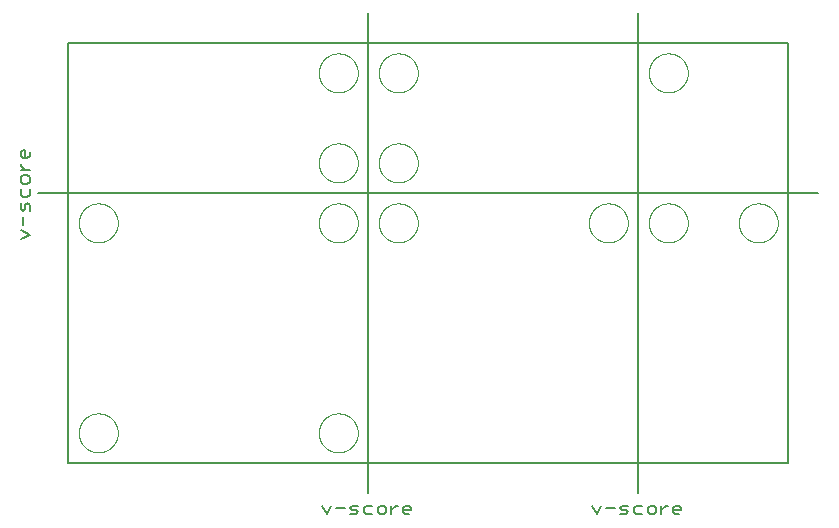
<source format=gko>
G75*
%MOIN*%
%OFA0B0*%
%FSLAX25Y25*%
%IPPOS*%
%LPD*%
%AMOC8*
5,1,8,0,0,1.08239X$1,22.5*
%
%ADD10C,0.00800*%
%ADD11C,0.00600*%
%ADD12C,0.00000*%
D10*
X0179404Y0137900D02*
X0180806Y0140702D01*
X0182607Y0140002D02*
X0185410Y0140002D01*
X0187211Y0140002D02*
X0187912Y0140702D01*
X0190013Y0140702D01*
X0189313Y0139301D02*
X0187912Y0139301D01*
X0187211Y0140002D01*
X0187211Y0137900D02*
X0189313Y0137900D01*
X0190013Y0138601D01*
X0189313Y0139301D01*
X0191815Y0138601D02*
X0192516Y0137900D01*
X0194617Y0137900D01*
X0196419Y0138601D02*
X0197120Y0137900D01*
X0198521Y0137900D01*
X0199221Y0138601D01*
X0199221Y0140002D01*
X0198521Y0140702D01*
X0197120Y0140702D01*
X0196419Y0140002D01*
X0196419Y0138601D01*
X0194617Y0140702D02*
X0192516Y0140702D01*
X0191815Y0140002D01*
X0191815Y0138601D01*
X0201023Y0139301D02*
X0202424Y0140702D01*
X0203125Y0140702D01*
X0204859Y0140002D02*
X0205560Y0140702D01*
X0206961Y0140702D01*
X0207662Y0140002D01*
X0207662Y0139301D01*
X0204859Y0139301D01*
X0204859Y0138601D02*
X0204859Y0140002D01*
X0204859Y0138601D02*
X0205560Y0137900D01*
X0206961Y0137900D01*
X0201023Y0137900D02*
X0201023Y0140702D01*
X0179404Y0137900D02*
X0178003Y0140702D01*
X0093333Y0155000D02*
X0093333Y0295000D01*
X0333333Y0295000D01*
X0333333Y0155000D01*
X0093333Y0155000D01*
X0077631Y0229670D02*
X0080433Y0231071D01*
X0077631Y0232472D01*
X0078332Y0234274D02*
X0078332Y0237076D01*
X0078332Y0238878D02*
X0077631Y0239578D01*
X0077631Y0241680D01*
X0079032Y0240980D02*
X0079032Y0239578D01*
X0078332Y0238878D01*
X0080433Y0238878D02*
X0080433Y0240980D01*
X0079733Y0241680D01*
X0079032Y0240980D01*
X0078332Y0243482D02*
X0079733Y0243482D01*
X0080433Y0244182D01*
X0080433Y0246284D01*
X0079733Y0248086D02*
X0080433Y0248786D01*
X0080433Y0250187D01*
X0079733Y0250888D01*
X0078332Y0250888D01*
X0077631Y0250187D01*
X0077631Y0248786D01*
X0078332Y0248086D01*
X0079733Y0248086D01*
X0077631Y0246284D02*
X0077631Y0244182D01*
X0078332Y0243482D01*
X0079032Y0252690D02*
X0077631Y0254091D01*
X0077631Y0254791D01*
X0078332Y0256526D02*
X0077631Y0257227D01*
X0077631Y0258628D01*
X0078332Y0259329D01*
X0079032Y0259329D01*
X0079032Y0256526D01*
X0078332Y0256526D02*
X0079733Y0256526D01*
X0080433Y0257227D01*
X0080433Y0258628D01*
X0080433Y0252690D02*
X0077631Y0252690D01*
X0268003Y0140702D02*
X0269404Y0137900D01*
X0270806Y0140702D01*
X0272607Y0140002D02*
X0275410Y0140002D01*
X0277211Y0140002D02*
X0277912Y0140702D01*
X0280013Y0140702D01*
X0279313Y0139301D02*
X0280013Y0138601D01*
X0279313Y0137900D01*
X0277211Y0137900D01*
X0277912Y0139301D02*
X0277211Y0140002D01*
X0277912Y0139301D02*
X0279313Y0139301D01*
X0281815Y0138601D02*
X0282516Y0137900D01*
X0284617Y0137900D01*
X0286419Y0138601D02*
X0287120Y0137900D01*
X0288521Y0137900D01*
X0289221Y0138601D01*
X0289221Y0140002D01*
X0288521Y0140702D01*
X0287120Y0140702D01*
X0286419Y0140002D01*
X0286419Y0138601D01*
X0284617Y0140702D02*
X0282516Y0140702D01*
X0281815Y0140002D01*
X0281815Y0138601D01*
X0291023Y0139301D02*
X0292424Y0140702D01*
X0293125Y0140702D01*
X0294859Y0140002D02*
X0295560Y0140702D01*
X0296961Y0140702D01*
X0297662Y0140002D01*
X0297662Y0139301D01*
X0294859Y0139301D01*
X0294859Y0138601D02*
X0294859Y0140002D01*
X0294859Y0138601D02*
X0295560Y0137900D01*
X0296961Y0137900D01*
X0291023Y0137900D02*
X0291023Y0140702D01*
D11*
X0283333Y0145000D02*
X0283333Y0305000D01*
X0343333Y0245000D02*
X0083333Y0245000D01*
X0193333Y0305000D02*
X0193333Y0145000D01*
D12*
X0176833Y0165000D02*
X0176835Y0165161D01*
X0176841Y0165321D01*
X0176851Y0165482D01*
X0176865Y0165642D01*
X0176883Y0165802D01*
X0176904Y0165961D01*
X0176930Y0166120D01*
X0176960Y0166278D01*
X0176993Y0166435D01*
X0177031Y0166592D01*
X0177072Y0166747D01*
X0177117Y0166901D01*
X0177166Y0167054D01*
X0177219Y0167206D01*
X0177275Y0167357D01*
X0177336Y0167506D01*
X0177399Y0167654D01*
X0177467Y0167800D01*
X0177538Y0167944D01*
X0177612Y0168086D01*
X0177690Y0168227D01*
X0177772Y0168365D01*
X0177857Y0168502D01*
X0177945Y0168636D01*
X0178037Y0168768D01*
X0178132Y0168898D01*
X0178230Y0169026D01*
X0178331Y0169151D01*
X0178435Y0169273D01*
X0178542Y0169393D01*
X0178652Y0169510D01*
X0178765Y0169625D01*
X0178881Y0169736D01*
X0179000Y0169845D01*
X0179121Y0169950D01*
X0179245Y0170053D01*
X0179371Y0170153D01*
X0179499Y0170249D01*
X0179630Y0170342D01*
X0179764Y0170432D01*
X0179899Y0170519D01*
X0180037Y0170602D01*
X0180176Y0170682D01*
X0180318Y0170758D01*
X0180461Y0170831D01*
X0180606Y0170900D01*
X0180753Y0170966D01*
X0180901Y0171028D01*
X0181051Y0171086D01*
X0181202Y0171141D01*
X0181355Y0171192D01*
X0181509Y0171239D01*
X0181664Y0171282D01*
X0181820Y0171321D01*
X0181976Y0171357D01*
X0182134Y0171388D01*
X0182292Y0171416D01*
X0182451Y0171440D01*
X0182611Y0171460D01*
X0182771Y0171476D01*
X0182931Y0171488D01*
X0183092Y0171496D01*
X0183253Y0171500D01*
X0183413Y0171500D01*
X0183574Y0171496D01*
X0183735Y0171488D01*
X0183895Y0171476D01*
X0184055Y0171460D01*
X0184215Y0171440D01*
X0184374Y0171416D01*
X0184532Y0171388D01*
X0184690Y0171357D01*
X0184846Y0171321D01*
X0185002Y0171282D01*
X0185157Y0171239D01*
X0185311Y0171192D01*
X0185464Y0171141D01*
X0185615Y0171086D01*
X0185765Y0171028D01*
X0185913Y0170966D01*
X0186060Y0170900D01*
X0186205Y0170831D01*
X0186348Y0170758D01*
X0186490Y0170682D01*
X0186629Y0170602D01*
X0186767Y0170519D01*
X0186902Y0170432D01*
X0187036Y0170342D01*
X0187167Y0170249D01*
X0187295Y0170153D01*
X0187421Y0170053D01*
X0187545Y0169950D01*
X0187666Y0169845D01*
X0187785Y0169736D01*
X0187901Y0169625D01*
X0188014Y0169510D01*
X0188124Y0169393D01*
X0188231Y0169273D01*
X0188335Y0169151D01*
X0188436Y0169026D01*
X0188534Y0168898D01*
X0188629Y0168768D01*
X0188721Y0168636D01*
X0188809Y0168502D01*
X0188894Y0168365D01*
X0188976Y0168227D01*
X0189054Y0168086D01*
X0189128Y0167944D01*
X0189199Y0167800D01*
X0189267Y0167654D01*
X0189330Y0167506D01*
X0189391Y0167357D01*
X0189447Y0167206D01*
X0189500Y0167054D01*
X0189549Y0166901D01*
X0189594Y0166747D01*
X0189635Y0166592D01*
X0189673Y0166435D01*
X0189706Y0166278D01*
X0189736Y0166120D01*
X0189762Y0165961D01*
X0189783Y0165802D01*
X0189801Y0165642D01*
X0189815Y0165482D01*
X0189825Y0165321D01*
X0189831Y0165161D01*
X0189833Y0165000D01*
X0189831Y0164839D01*
X0189825Y0164679D01*
X0189815Y0164518D01*
X0189801Y0164358D01*
X0189783Y0164198D01*
X0189762Y0164039D01*
X0189736Y0163880D01*
X0189706Y0163722D01*
X0189673Y0163565D01*
X0189635Y0163408D01*
X0189594Y0163253D01*
X0189549Y0163099D01*
X0189500Y0162946D01*
X0189447Y0162794D01*
X0189391Y0162643D01*
X0189330Y0162494D01*
X0189267Y0162346D01*
X0189199Y0162200D01*
X0189128Y0162056D01*
X0189054Y0161914D01*
X0188976Y0161773D01*
X0188894Y0161635D01*
X0188809Y0161498D01*
X0188721Y0161364D01*
X0188629Y0161232D01*
X0188534Y0161102D01*
X0188436Y0160974D01*
X0188335Y0160849D01*
X0188231Y0160727D01*
X0188124Y0160607D01*
X0188014Y0160490D01*
X0187901Y0160375D01*
X0187785Y0160264D01*
X0187666Y0160155D01*
X0187545Y0160050D01*
X0187421Y0159947D01*
X0187295Y0159847D01*
X0187167Y0159751D01*
X0187036Y0159658D01*
X0186902Y0159568D01*
X0186767Y0159481D01*
X0186629Y0159398D01*
X0186490Y0159318D01*
X0186348Y0159242D01*
X0186205Y0159169D01*
X0186060Y0159100D01*
X0185913Y0159034D01*
X0185765Y0158972D01*
X0185615Y0158914D01*
X0185464Y0158859D01*
X0185311Y0158808D01*
X0185157Y0158761D01*
X0185002Y0158718D01*
X0184846Y0158679D01*
X0184690Y0158643D01*
X0184532Y0158612D01*
X0184374Y0158584D01*
X0184215Y0158560D01*
X0184055Y0158540D01*
X0183895Y0158524D01*
X0183735Y0158512D01*
X0183574Y0158504D01*
X0183413Y0158500D01*
X0183253Y0158500D01*
X0183092Y0158504D01*
X0182931Y0158512D01*
X0182771Y0158524D01*
X0182611Y0158540D01*
X0182451Y0158560D01*
X0182292Y0158584D01*
X0182134Y0158612D01*
X0181976Y0158643D01*
X0181820Y0158679D01*
X0181664Y0158718D01*
X0181509Y0158761D01*
X0181355Y0158808D01*
X0181202Y0158859D01*
X0181051Y0158914D01*
X0180901Y0158972D01*
X0180753Y0159034D01*
X0180606Y0159100D01*
X0180461Y0159169D01*
X0180318Y0159242D01*
X0180176Y0159318D01*
X0180037Y0159398D01*
X0179899Y0159481D01*
X0179764Y0159568D01*
X0179630Y0159658D01*
X0179499Y0159751D01*
X0179371Y0159847D01*
X0179245Y0159947D01*
X0179121Y0160050D01*
X0179000Y0160155D01*
X0178881Y0160264D01*
X0178765Y0160375D01*
X0178652Y0160490D01*
X0178542Y0160607D01*
X0178435Y0160727D01*
X0178331Y0160849D01*
X0178230Y0160974D01*
X0178132Y0161102D01*
X0178037Y0161232D01*
X0177945Y0161364D01*
X0177857Y0161498D01*
X0177772Y0161635D01*
X0177690Y0161773D01*
X0177612Y0161914D01*
X0177538Y0162056D01*
X0177467Y0162200D01*
X0177399Y0162346D01*
X0177336Y0162494D01*
X0177275Y0162643D01*
X0177219Y0162794D01*
X0177166Y0162946D01*
X0177117Y0163099D01*
X0177072Y0163253D01*
X0177031Y0163408D01*
X0176993Y0163565D01*
X0176960Y0163722D01*
X0176930Y0163880D01*
X0176904Y0164039D01*
X0176883Y0164198D01*
X0176865Y0164358D01*
X0176851Y0164518D01*
X0176841Y0164679D01*
X0176835Y0164839D01*
X0176833Y0165000D01*
X0096833Y0165000D02*
X0096835Y0165161D01*
X0096841Y0165321D01*
X0096851Y0165482D01*
X0096865Y0165642D01*
X0096883Y0165802D01*
X0096904Y0165961D01*
X0096930Y0166120D01*
X0096960Y0166278D01*
X0096993Y0166435D01*
X0097031Y0166592D01*
X0097072Y0166747D01*
X0097117Y0166901D01*
X0097166Y0167054D01*
X0097219Y0167206D01*
X0097275Y0167357D01*
X0097336Y0167506D01*
X0097399Y0167654D01*
X0097467Y0167800D01*
X0097538Y0167944D01*
X0097612Y0168086D01*
X0097690Y0168227D01*
X0097772Y0168365D01*
X0097857Y0168502D01*
X0097945Y0168636D01*
X0098037Y0168768D01*
X0098132Y0168898D01*
X0098230Y0169026D01*
X0098331Y0169151D01*
X0098435Y0169273D01*
X0098542Y0169393D01*
X0098652Y0169510D01*
X0098765Y0169625D01*
X0098881Y0169736D01*
X0099000Y0169845D01*
X0099121Y0169950D01*
X0099245Y0170053D01*
X0099371Y0170153D01*
X0099499Y0170249D01*
X0099630Y0170342D01*
X0099764Y0170432D01*
X0099899Y0170519D01*
X0100037Y0170602D01*
X0100176Y0170682D01*
X0100318Y0170758D01*
X0100461Y0170831D01*
X0100606Y0170900D01*
X0100753Y0170966D01*
X0100901Y0171028D01*
X0101051Y0171086D01*
X0101202Y0171141D01*
X0101355Y0171192D01*
X0101509Y0171239D01*
X0101664Y0171282D01*
X0101820Y0171321D01*
X0101976Y0171357D01*
X0102134Y0171388D01*
X0102292Y0171416D01*
X0102451Y0171440D01*
X0102611Y0171460D01*
X0102771Y0171476D01*
X0102931Y0171488D01*
X0103092Y0171496D01*
X0103253Y0171500D01*
X0103413Y0171500D01*
X0103574Y0171496D01*
X0103735Y0171488D01*
X0103895Y0171476D01*
X0104055Y0171460D01*
X0104215Y0171440D01*
X0104374Y0171416D01*
X0104532Y0171388D01*
X0104690Y0171357D01*
X0104846Y0171321D01*
X0105002Y0171282D01*
X0105157Y0171239D01*
X0105311Y0171192D01*
X0105464Y0171141D01*
X0105615Y0171086D01*
X0105765Y0171028D01*
X0105913Y0170966D01*
X0106060Y0170900D01*
X0106205Y0170831D01*
X0106348Y0170758D01*
X0106490Y0170682D01*
X0106629Y0170602D01*
X0106767Y0170519D01*
X0106902Y0170432D01*
X0107036Y0170342D01*
X0107167Y0170249D01*
X0107295Y0170153D01*
X0107421Y0170053D01*
X0107545Y0169950D01*
X0107666Y0169845D01*
X0107785Y0169736D01*
X0107901Y0169625D01*
X0108014Y0169510D01*
X0108124Y0169393D01*
X0108231Y0169273D01*
X0108335Y0169151D01*
X0108436Y0169026D01*
X0108534Y0168898D01*
X0108629Y0168768D01*
X0108721Y0168636D01*
X0108809Y0168502D01*
X0108894Y0168365D01*
X0108976Y0168227D01*
X0109054Y0168086D01*
X0109128Y0167944D01*
X0109199Y0167800D01*
X0109267Y0167654D01*
X0109330Y0167506D01*
X0109391Y0167357D01*
X0109447Y0167206D01*
X0109500Y0167054D01*
X0109549Y0166901D01*
X0109594Y0166747D01*
X0109635Y0166592D01*
X0109673Y0166435D01*
X0109706Y0166278D01*
X0109736Y0166120D01*
X0109762Y0165961D01*
X0109783Y0165802D01*
X0109801Y0165642D01*
X0109815Y0165482D01*
X0109825Y0165321D01*
X0109831Y0165161D01*
X0109833Y0165000D01*
X0109831Y0164839D01*
X0109825Y0164679D01*
X0109815Y0164518D01*
X0109801Y0164358D01*
X0109783Y0164198D01*
X0109762Y0164039D01*
X0109736Y0163880D01*
X0109706Y0163722D01*
X0109673Y0163565D01*
X0109635Y0163408D01*
X0109594Y0163253D01*
X0109549Y0163099D01*
X0109500Y0162946D01*
X0109447Y0162794D01*
X0109391Y0162643D01*
X0109330Y0162494D01*
X0109267Y0162346D01*
X0109199Y0162200D01*
X0109128Y0162056D01*
X0109054Y0161914D01*
X0108976Y0161773D01*
X0108894Y0161635D01*
X0108809Y0161498D01*
X0108721Y0161364D01*
X0108629Y0161232D01*
X0108534Y0161102D01*
X0108436Y0160974D01*
X0108335Y0160849D01*
X0108231Y0160727D01*
X0108124Y0160607D01*
X0108014Y0160490D01*
X0107901Y0160375D01*
X0107785Y0160264D01*
X0107666Y0160155D01*
X0107545Y0160050D01*
X0107421Y0159947D01*
X0107295Y0159847D01*
X0107167Y0159751D01*
X0107036Y0159658D01*
X0106902Y0159568D01*
X0106767Y0159481D01*
X0106629Y0159398D01*
X0106490Y0159318D01*
X0106348Y0159242D01*
X0106205Y0159169D01*
X0106060Y0159100D01*
X0105913Y0159034D01*
X0105765Y0158972D01*
X0105615Y0158914D01*
X0105464Y0158859D01*
X0105311Y0158808D01*
X0105157Y0158761D01*
X0105002Y0158718D01*
X0104846Y0158679D01*
X0104690Y0158643D01*
X0104532Y0158612D01*
X0104374Y0158584D01*
X0104215Y0158560D01*
X0104055Y0158540D01*
X0103895Y0158524D01*
X0103735Y0158512D01*
X0103574Y0158504D01*
X0103413Y0158500D01*
X0103253Y0158500D01*
X0103092Y0158504D01*
X0102931Y0158512D01*
X0102771Y0158524D01*
X0102611Y0158540D01*
X0102451Y0158560D01*
X0102292Y0158584D01*
X0102134Y0158612D01*
X0101976Y0158643D01*
X0101820Y0158679D01*
X0101664Y0158718D01*
X0101509Y0158761D01*
X0101355Y0158808D01*
X0101202Y0158859D01*
X0101051Y0158914D01*
X0100901Y0158972D01*
X0100753Y0159034D01*
X0100606Y0159100D01*
X0100461Y0159169D01*
X0100318Y0159242D01*
X0100176Y0159318D01*
X0100037Y0159398D01*
X0099899Y0159481D01*
X0099764Y0159568D01*
X0099630Y0159658D01*
X0099499Y0159751D01*
X0099371Y0159847D01*
X0099245Y0159947D01*
X0099121Y0160050D01*
X0099000Y0160155D01*
X0098881Y0160264D01*
X0098765Y0160375D01*
X0098652Y0160490D01*
X0098542Y0160607D01*
X0098435Y0160727D01*
X0098331Y0160849D01*
X0098230Y0160974D01*
X0098132Y0161102D01*
X0098037Y0161232D01*
X0097945Y0161364D01*
X0097857Y0161498D01*
X0097772Y0161635D01*
X0097690Y0161773D01*
X0097612Y0161914D01*
X0097538Y0162056D01*
X0097467Y0162200D01*
X0097399Y0162346D01*
X0097336Y0162494D01*
X0097275Y0162643D01*
X0097219Y0162794D01*
X0097166Y0162946D01*
X0097117Y0163099D01*
X0097072Y0163253D01*
X0097031Y0163408D01*
X0096993Y0163565D01*
X0096960Y0163722D01*
X0096930Y0163880D01*
X0096904Y0164039D01*
X0096883Y0164198D01*
X0096865Y0164358D01*
X0096851Y0164518D01*
X0096841Y0164679D01*
X0096835Y0164839D01*
X0096833Y0165000D01*
X0096833Y0235000D02*
X0096835Y0235161D01*
X0096841Y0235321D01*
X0096851Y0235482D01*
X0096865Y0235642D01*
X0096883Y0235802D01*
X0096904Y0235961D01*
X0096930Y0236120D01*
X0096960Y0236278D01*
X0096993Y0236435D01*
X0097031Y0236592D01*
X0097072Y0236747D01*
X0097117Y0236901D01*
X0097166Y0237054D01*
X0097219Y0237206D01*
X0097275Y0237357D01*
X0097336Y0237506D01*
X0097399Y0237654D01*
X0097467Y0237800D01*
X0097538Y0237944D01*
X0097612Y0238086D01*
X0097690Y0238227D01*
X0097772Y0238365D01*
X0097857Y0238502D01*
X0097945Y0238636D01*
X0098037Y0238768D01*
X0098132Y0238898D01*
X0098230Y0239026D01*
X0098331Y0239151D01*
X0098435Y0239273D01*
X0098542Y0239393D01*
X0098652Y0239510D01*
X0098765Y0239625D01*
X0098881Y0239736D01*
X0099000Y0239845D01*
X0099121Y0239950D01*
X0099245Y0240053D01*
X0099371Y0240153D01*
X0099499Y0240249D01*
X0099630Y0240342D01*
X0099764Y0240432D01*
X0099899Y0240519D01*
X0100037Y0240602D01*
X0100176Y0240682D01*
X0100318Y0240758D01*
X0100461Y0240831D01*
X0100606Y0240900D01*
X0100753Y0240966D01*
X0100901Y0241028D01*
X0101051Y0241086D01*
X0101202Y0241141D01*
X0101355Y0241192D01*
X0101509Y0241239D01*
X0101664Y0241282D01*
X0101820Y0241321D01*
X0101976Y0241357D01*
X0102134Y0241388D01*
X0102292Y0241416D01*
X0102451Y0241440D01*
X0102611Y0241460D01*
X0102771Y0241476D01*
X0102931Y0241488D01*
X0103092Y0241496D01*
X0103253Y0241500D01*
X0103413Y0241500D01*
X0103574Y0241496D01*
X0103735Y0241488D01*
X0103895Y0241476D01*
X0104055Y0241460D01*
X0104215Y0241440D01*
X0104374Y0241416D01*
X0104532Y0241388D01*
X0104690Y0241357D01*
X0104846Y0241321D01*
X0105002Y0241282D01*
X0105157Y0241239D01*
X0105311Y0241192D01*
X0105464Y0241141D01*
X0105615Y0241086D01*
X0105765Y0241028D01*
X0105913Y0240966D01*
X0106060Y0240900D01*
X0106205Y0240831D01*
X0106348Y0240758D01*
X0106490Y0240682D01*
X0106629Y0240602D01*
X0106767Y0240519D01*
X0106902Y0240432D01*
X0107036Y0240342D01*
X0107167Y0240249D01*
X0107295Y0240153D01*
X0107421Y0240053D01*
X0107545Y0239950D01*
X0107666Y0239845D01*
X0107785Y0239736D01*
X0107901Y0239625D01*
X0108014Y0239510D01*
X0108124Y0239393D01*
X0108231Y0239273D01*
X0108335Y0239151D01*
X0108436Y0239026D01*
X0108534Y0238898D01*
X0108629Y0238768D01*
X0108721Y0238636D01*
X0108809Y0238502D01*
X0108894Y0238365D01*
X0108976Y0238227D01*
X0109054Y0238086D01*
X0109128Y0237944D01*
X0109199Y0237800D01*
X0109267Y0237654D01*
X0109330Y0237506D01*
X0109391Y0237357D01*
X0109447Y0237206D01*
X0109500Y0237054D01*
X0109549Y0236901D01*
X0109594Y0236747D01*
X0109635Y0236592D01*
X0109673Y0236435D01*
X0109706Y0236278D01*
X0109736Y0236120D01*
X0109762Y0235961D01*
X0109783Y0235802D01*
X0109801Y0235642D01*
X0109815Y0235482D01*
X0109825Y0235321D01*
X0109831Y0235161D01*
X0109833Y0235000D01*
X0109831Y0234839D01*
X0109825Y0234679D01*
X0109815Y0234518D01*
X0109801Y0234358D01*
X0109783Y0234198D01*
X0109762Y0234039D01*
X0109736Y0233880D01*
X0109706Y0233722D01*
X0109673Y0233565D01*
X0109635Y0233408D01*
X0109594Y0233253D01*
X0109549Y0233099D01*
X0109500Y0232946D01*
X0109447Y0232794D01*
X0109391Y0232643D01*
X0109330Y0232494D01*
X0109267Y0232346D01*
X0109199Y0232200D01*
X0109128Y0232056D01*
X0109054Y0231914D01*
X0108976Y0231773D01*
X0108894Y0231635D01*
X0108809Y0231498D01*
X0108721Y0231364D01*
X0108629Y0231232D01*
X0108534Y0231102D01*
X0108436Y0230974D01*
X0108335Y0230849D01*
X0108231Y0230727D01*
X0108124Y0230607D01*
X0108014Y0230490D01*
X0107901Y0230375D01*
X0107785Y0230264D01*
X0107666Y0230155D01*
X0107545Y0230050D01*
X0107421Y0229947D01*
X0107295Y0229847D01*
X0107167Y0229751D01*
X0107036Y0229658D01*
X0106902Y0229568D01*
X0106767Y0229481D01*
X0106629Y0229398D01*
X0106490Y0229318D01*
X0106348Y0229242D01*
X0106205Y0229169D01*
X0106060Y0229100D01*
X0105913Y0229034D01*
X0105765Y0228972D01*
X0105615Y0228914D01*
X0105464Y0228859D01*
X0105311Y0228808D01*
X0105157Y0228761D01*
X0105002Y0228718D01*
X0104846Y0228679D01*
X0104690Y0228643D01*
X0104532Y0228612D01*
X0104374Y0228584D01*
X0104215Y0228560D01*
X0104055Y0228540D01*
X0103895Y0228524D01*
X0103735Y0228512D01*
X0103574Y0228504D01*
X0103413Y0228500D01*
X0103253Y0228500D01*
X0103092Y0228504D01*
X0102931Y0228512D01*
X0102771Y0228524D01*
X0102611Y0228540D01*
X0102451Y0228560D01*
X0102292Y0228584D01*
X0102134Y0228612D01*
X0101976Y0228643D01*
X0101820Y0228679D01*
X0101664Y0228718D01*
X0101509Y0228761D01*
X0101355Y0228808D01*
X0101202Y0228859D01*
X0101051Y0228914D01*
X0100901Y0228972D01*
X0100753Y0229034D01*
X0100606Y0229100D01*
X0100461Y0229169D01*
X0100318Y0229242D01*
X0100176Y0229318D01*
X0100037Y0229398D01*
X0099899Y0229481D01*
X0099764Y0229568D01*
X0099630Y0229658D01*
X0099499Y0229751D01*
X0099371Y0229847D01*
X0099245Y0229947D01*
X0099121Y0230050D01*
X0099000Y0230155D01*
X0098881Y0230264D01*
X0098765Y0230375D01*
X0098652Y0230490D01*
X0098542Y0230607D01*
X0098435Y0230727D01*
X0098331Y0230849D01*
X0098230Y0230974D01*
X0098132Y0231102D01*
X0098037Y0231232D01*
X0097945Y0231364D01*
X0097857Y0231498D01*
X0097772Y0231635D01*
X0097690Y0231773D01*
X0097612Y0231914D01*
X0097538Y0232056D01*
X0097467Y0232200D01*
X0097399Y0232346D01*
X0097336Y0232494D01*
X0097275Y0232643D01*
X0097219Y0232794D01*
X0097166Y0232946D01*
X0097117Y0233099D01*
X0097072Y0233253D01*
X0097031Y0233408D01*
X0096993Y0233565D01*
X0096960Y0233722D01*
X0096930Y0233880D01*
X0096904Y0234039D01*
X0096883Y0234198D01*
X0096865Y0234358D01*
X0096851Y0234518D01*
X0096841Y0234679D01*
X0096835Y0234839D01*
X0096833Y0235000D01*
X0176833Y0235000D02*
X0176835Y0235161D01*
X0176841Y0235321D01*
X0176851Y0235482D01*
X0176865Y0235642D01*
X0176883Y0235802D01*
X0176904Y0235961D01*
X0176930Y0236120D01*
X0176960Y0236278D01*
X0176993Y0236435D01*
X0177031Y0236592D01*
X0177072Y0236747D01*
X0177117Y0236901D01*
X0177166Y0237054D01*
X0177219Y0237206D01*
X0177275Y0237357D01*
X0177336Y0237506D01*
X0177399Y0237654D01*
X0177467Y0237800D01*
X0177538Y0237944D01*
X0177612Y0238086D01*
X0177690Y0238227D01*
X0177772Y0238365D01*
X0177857Y0238502D01*
X0177945Y0238636D01*
X0178037Y0238768D01*
X0178132Y0238898D01*
X0178230Y0239026D01*
X0178331Y0239151D01*
X0178435Y0239273D01*
X0178542Y0239393D01*
X0178652Y0239510D01*
X0178765Y0239625D01*
X0178881Y0239736D01*
X0179000Y0239845D01*
X0179121Y0239950D01*
X0179245Y0240053D01*
X0179371Y0240153D01*
X0179499Y0240249D01*
X0179630Y0240342D01*
X0179764Y0240432D01*
X0179899Y0240519D01*
X0180037Y0240602D01*
X0180176Y0240682D01*
X0180318Y0240758D01*
X0180461Y0240831D01*
X0180606Y0240900D01*
X0180753Y0240966D01*
X0180901Y0241028D01*
X0181051Y0241086D01*
X0181202Y0241141D01*
X0181355Y0241192D01*
X0181509Y0241239D01*
X0181664Y0241282D01*
X0181820Y0241321D01*
X0181976Y0241357D01*
X0182134Y0241388D01*
X0182292Y0241416D01*
X0182451Y0241440D01*
X0182611Y0241460D01*
X0182771Y0241476D01*
X0182931Y0241488D01*
X0183092Y0241496D01*
X0183253Y0241500D01*
X0183413Y0241500D01*
X0183574Y0241496D01*
X0183735Y0241488D01*
X0183895Y0241476D01*
X0184055Y0241460D01*
X0184215Y0241440D01*
X0184374Y0241416D01*
X0184532Y0241388D01*
X0184690Y0241357D01*
X0184846Y0241321D01*
X0185002Y0241282D01*
X0185157Y0241239D01*
X0185311Y0241192D01*
X0185464Y0241141D01*
X0185615Y0241086D01*
X0185765Y0241028D01*
X0185913Y0240966D01*
X0186060Y0240900D01*
X0186205Y0240831D01*
X0186348Y0240758D01*
X0186490Y0240682D01*
X0186629Y0240602D01*
X0186767Y0240519D01*
X0186902Y0240432D01*
X0187036Y0240342D01*
X0187167Y0240249D01*
X0187295Y0240153D01*
X0187421Y0240053D01*
X0187545Y0239950D01*
X0187666Y0239845D01*
X0187785Y0239736D01*
X0187901Y0239625D01*
X0188014Y0239510D01*
X0188124Y0239393D01*
X0188231Y0239273D01*
X0188335Y0239151D01*
X0188436Y0239026D01*
X0188534Y0238898D01*
X0188629Y0238768D01*
X0188721Y0238636D01*
X0188809Y0238502D01*
X0188894Y0238365D01*
X0188976Y0238227D01*
X0189054Y0238086D01*
X0189128Y0237944D01*
X0189199Y0237800D01*
X0189267Y0237654D01*
X0189330Y0237506D01*
X0189391Y0237357D01*
X0189447Y0237206D01*
X0189500Y0237054D01*
X0189549Y0236901D01*
X0189594Y0236747D01*
X0189635Y0236592D01*
X0189673Y0236435D01*
X0189706Y0236278D01*
X0189736Y0236120D01*
X0189762Y0235961D01*
X0189783Y0235802D01*
X0189801Y0235642D01*
X0189815Y0235482D01*
X0189825Y0235321D01*
X0189831Y0235161D01*
X0189833Y0235000D01*
X0189831Y0234839D01*
X0189825Y0234679D01*
X0189815Y0234518D01*
X0189801Y0234358D01*
X0189783Y0234198D01*
X0189762Y0234039D01*
X0189736Y0233880D01*
X0189706Y0233722D01*
X0189673Y0233565D01*
X0189635Y0233408D01*
X0189594Y0233253D01*
X0189549Y0233099D01*
X0189500Y0232946D01*
X0189447Y0232794D01*
X0189391Y0232643D01*
X0189330Y0232494D01*
X0189267Y0232346D01*
X0189199Y0232200D01*
X0189128Y0232056D01*
X0189054Y0231914D01*
X0188976Y0231773D01*
X0188894Y0231635D01*
X0188809Y0231498D01*
X0188721Y0231364D01*
X0188629Y0231232D01*
X0188534Y0231102D01*
X0188436Y0230974D01*
X0188335Y0230849D01*
X0188231Y0230727D01*
X0188124Y0230607D01*
X0188014Y0230490D01*
X0187901Y0230375D01*
X0187785Y0230264D01*
X0187666Y0230155D01*
X0187545Y0230050D01*
X0187421Y0229947D01*
X0187295Y0229847D01*
X0187167Y0229751D01*
X0187036Y0229658D01*
X0186902Y0229568D01*
X0186767Y0229481D01*
X0186629Y0229398D01*
X0186490Y0229318D01*
X0186348Y0229242D01*
X0186205Y0229169D01*
X0186060Y0229100D01*
X0185913Y0229034D01*
X0185765Y0228972D01*
X0185615Y0228914D01*
X0185464Y0228859D01*
X0185311Y0228808D01*
X0185157Y0228761D01*
X0185002Y0228718D01*
X0184846Y0228679D01*
X0184690Y0228643D01*
X0184532Y0228612D01*
X0184374Y0228584D01*
X0184215Y0228560D01*
X0184055Y0228540D01*
X0183895Y0228524D01*
X0183735Y0228512D01*
X0183574Y0228504D01*
X0183413Y0228500D01*
X0183253Y0228500D01*
X0183092Y0228504D01*
X0182931Y0228512D01*
X0182771Y0228524D01*
X0182611Y0228540D01*
X0182451Y0228560D01*
X0182292Y0228584D01*
X0182134Y0228612D01*
X0181976Y0228643D01*
X0181820Y0228679D01*
X0181664Y0228718D01*
X0181509Y0228761D01*
X0181355Y0228808D01*
X0181202Y0228859D01*
X0181051Y0228914D01*
X0180901Y0228972D01*
X0180753Y0229034D01*
X0180606Y0229100D01*
X0180461Y0229169D01*
X0180318Y0229242D01*
X0180176Y0229318D01*
X0180037Y0229398D01*
X0179899Y0229481D01*
X0179764Y0229568D01*
X0179630Y0229658D01*
X0179499Y0229751D01*
X0179371Y0229847D01*
X0179245Y0229947D01*
X0179121Y0230050D01*
X0179000Y0230155D01*
X0178881Y0230264D01*
X0178765Y0230375D01*
X0178652Y0230490D01*
X0178542Y0230607D01*
X0178435Y0230727D01*
X0178331Y0230849D01*
X0178230Y0230974D01*
X0178132Y0231102D01*
X0178037Y0231232D01*
X0177945Y0231364D01*
X0177857Y0231498D01*
X0177772Y0231635D01*
X0177690Y0231773D01*
X0177612Y0231914D01*
X0177538Y0232056D01*
X0177467Y0232200D01*
X0177399Y0232346D01*
X0177336Y0232494D01*
X0177275Y0232643D01*
X0177219Y0232794D01*
X0177166Y0232946D01*
X0177117Y0233099D01*
X0177072Y0233253D01*
X0177031Y0233408D01*
X0176993Y0233565D01*
X0176960Y0233722D01*
X0176930Y0233880D01*
X0176904Y0234039D01*
X0176883Y0234198D01*
X0176865Y0234358D01*
X0176851Y0234518D01*
X0176841Y0234679D01*
X0176835Y0234839D01*
X0176833Y0235000D01*
X0196833Y0235000D02*
X0196835Y0235161D01*
X0196841Y0235321D01*
X0196851Y0235482D01*
X0196865Y0235642D01*
X0196883Y0235802D01*
X0196904Y0235961D01*
X0196930Y0236120D01*
X0196960Y0236278D01*
X0196993Y0236435D01*
X0197031Y0236592D01*
X0197072Y0236747D01*
X0197117Y0236901D01*
X0197166Y0237054D01*
X0197219Y0237206D01*
X0197275Y0237357D01*
X0197336Y0237506D01*
X0197399Y0237654D01*
X0197467Y0237800D01*
X0197538Y0237944D01*
X0197612Y0238086D01*
X0197690Y0238227D01*
X0197772Y0238365D01*
X0197857Y0238502D01*
X0197945Y0238636D01*
X0198037Y0238768D01*
X0198132Y0238898D01*
X0198230Y0239026D01*
X0198331Y0239151D01*
X0198435Y0239273D01*
X0198542Y0239393D01*
X0198652Y0239510D01*
X0198765Y0239625D01*
X0198881Y0239736D01*
X0199000Y0239845D01*
X0199121Y0239950D01*
X0199245Y0240053D01*
X0199371Y0240153D01*
X0199499Y0240249D01*
X0199630Y0240342D01*
X0199764Y0240432D01*
X0199899Y0240519D01*
X0200037Y0240602D01*
X0200176Y0240682D01*
X0200318Y0240758D01*
X0200461Y0240831D01*
X0200606Y0240900D01*
X0200753Y0240966D01*
X0200901Y0241028D01*
X0201051Y0241086D01*
X0201202Y0241141D01*
X0201355Y0241192D01*
X0201509Y0241239D01*
X0201664Y0241282D01*
X0201820Y0241321D01*
X0201976Y0241357D01*
X0202134Y0241388D01*
X0202292Y0241416D01*
X0202451Y0241440D01*
X0202611Y0241460D01*
X0202771Y0241476D01*
X0202931Y0241488D01*
X0203092Y0241496D01*
X0203253Y0241500D01*
X0203413Y0241500D01*
X0203574Y0241496D01*
X0203735Y0241488D01*
X0203895Y0241476D01*
X0204055Y0241460D01*
X0204215Y0241440D01*
X0204374Y0241416D01*
X0204532Y0241388D01*
X0204690Y0241357D01*
X0204846Y0241321D01*
X0205002Y0241282D01*
X0205157Y0241239D01*
X0205311Y0241192D01*
X0205464Y0241141D01*
X0205615Y0241086D01*
X0205765Y0241028D01*
X0205913Y0240966D01*
X0206060Y0240900D01*
X0206205Y0240831D01*
X0206348Y0240758D01*
X0206490Y0240682D01*
X0206629Y0240602D01*
X0206767Y0240519D01*
X0206902Y0240432D01*
X0207036Y0240342D01*
X0207167Y0240249D01*
X0207295Y0240153D01*
X0207421Y0240053D01*
X0207545Y0239950D01*
X0207666Y0239845D01*
X0207785Y0239736D01*
X0207901Y0239625D01*
X0208014Y0239510D01*
X0208124Y0239393D01*
X0208231Y0239273D01*
X0208335Y0239151D01*
X0208436Y0239026D01*
X0208534Y0238898D01*
X0208629Y0238768D01*
X0208721Y0238636D01*
X0208809Y0238502D01*
X0208894Y0238365D01*
X0208976Y0238227D01*
X0209054Y0238086D01*
X0209128Y0237944D01*
X0209199Y0237800D01*
X0209267Y0237654D01*
X0209330Y0237506D01*
X0209391Y0237357D01*
X0209447Y0237206D01*
X0209500Y0237054D01*
X0209549Y0236901D01*
X0209594Y0236747D01*
X0209635Y0236592D01*
X0209673Y0236435D01*
X0209706Y0236278D01*
X0209736Y0236120D01*
X0209762Y0235961D01*
X0209783Y0235802D01*
X0209801Y0235642D01*
X0209815Y0235482D01*
X0209825Y0235321D01*
X0209831Y0235161D01*
X0209833Y0235000D01*
X0209831Y0234839D01*
X0209825Y0234679D01*
X0209815Y0234518D01*
X0209801Y0234358D01*
X0209783Y0234198D01*
X0209762Y0234039D01*
X0209736Y0233880D01*
X0209706Y0233722D01*
X0209673Y0233565D01*
X0209635Y0233408D01*
X0209594Y0233253D01*
X0209549Y0233099D01*
X0209500Y0232946D01*
X0209447Y0232794D01*
X0209391Y0232643D01*
X0209330Y0232494D01*
X0209267Y0232346D01*
X0209199Y0232200D01*
X0209128Y0232056D01*
X0209054Y0231914D01*
X0208976Y0231773D01*
X0208894Y0231635D01*
X0208809Y0231498D01*
X0208721Y0231364D01*
X0208629Y0231232D01*
X0208534Y0231102D01*
X0208436Y0230974D01*
X0208335Y0230849D01*
X0208231Y0230727D01*
X0208124Y0230607D01*
X0208014Y0230490D01*
X0207901Y0230375D01*
X0207785Y0230264D01*
X0207666Y0230155D01*
X0207545Y0230050D01*
X0207421Y0229947D01*
X0207295Y0229847D01*
X0207167Y0229751D01*
X0207036Y0229658D01*
X0206902Y0229568D01*
X0206767Y0229481D01*
X0206629Y0229398D01*
X0206490Y0229318D01*
X0206348Y0229242D01*
X0206205Y0229169D01*
X0206060Y0229100D01*
X0205913Y0229034D01*
X0205765Y0228972D01*
X0205615Y0228914D01*
X0205464Y0228859D01*
X0205311Y0228808D01*
X0205157Y0228761D01*
X0205002Y0228718D01*
X0204846Y0228679D01*
X0204690Y0228643D01*
X0204532Y0228612D01*
X0204374Y0228584D01*
X0204215Y0228560D01*
X0204055Y0228540D01*
X0203895Y0228524D01*
X0203735Y0228512D01*
X0203574Y0228504D01*
X0203413Y0228500D01*
X0203253Y0228500D01*
X0203092Y0228504D01*
X0202931Y0228512D01*
X0202771Y0228524D01*
X0202611Y0228540D01*
X0202451Y0228560D01*
X0202292Y0228584D01*
X0202134Y0228612D01*
X0201976Y0228643D01*
X0201820Y0228679D01*
X0201664Y0228718D01*
X0201509Y0228761D01*
X0201355Y0228808D01*
X0201202Y0228859D01*
X0201051Y0228914D01*
X0200901Y0228972D01*
X0200753Y0229034D01*
X0200606Y0229100D01*
X0200461Y0229169D01*
X0200318Y0229242D01*
X0200176Y0229318D01*
X0200037Y0229398D01*
X0199899Y0229481D01*
X0199764Y0229568D01*
X0199630Y0229658D01*
X0199499Y0229751D01*
X0199371Y0229847D01*
X0199245Y0229947D01*
X0199121Y0230050D01*
X0199000Y0230155D01*
X0198881Y0230264D01*
X0198765Y0230375D01*
X0198652Y0230490D01*
X0198542Y0230607D01*
X0198435Y0230727D01*
X0198331Y0230849D01*
X0198230Y0230974D01*
X0198132Y0231102D01*
X0198037Y0231232D01*
X0197945Y0231364D01*
X0197857Y0231498D01*
X0197772Y0231635D01*
X0197690Y0231773D01*
X0197612Y0231914D01*
X0197538Y0232056D01*
X0197467Y0232200D01*
X0197399Y0232346D01*
X0197336Y0232494D01*
X0197275Y0232643D01*
X0197219Y0232794D01*
X0197166Y0232946D01*
X0197117Y0233099D01*
X0197072Y0233253D01*
X0197031Y0233408D01*
X0196993Y0233565D01*
X0196960Y0233722D01*
X0196930Y0233880D01*
X0196904Y0234039D01*
X0196883Y0234198D01*
X0196865Y0234358D01*
X0196851Y0234518D01*
X0196841Y0234679D01*
X0196835Y0234839D01*
X0196833Y0235000D01*
X0196833Y0255000D02*
X0196835Y0255161D01*
X0196841Y0255321D01*
X0196851Y0255482D01*
X0196865Y0255642D01*
X0196883Y0255802D01*
X0196904Y0255961D01*
X0196930Y0256120D01*
X0196960Y0256278D01*
X0196993Y0256435D01*
X0197031Y0256592D01*
X0197072Y0256747D01*
X0197117Y0256901D01*
X0197166Y0257054D01*
X0197219Y0257206D01*
X0197275Y0257357D01*
X0197336Y0257506D01*
X0197399Y0257654D01*
X0197467Y0257800D01*
X0197538Y0257944D01*
X0197612Y0258086D01*
X0197690Y0258227D01*
X0197772Y0258365D01*
X0197857Y0258502D01*
X0197945Y0258636D01*
X0198037Y0258768D01*
X0198132Y0258898D01*
X0198230Y0259026D01*
X0198331Y0259151D01*
X0198435Y0259273D01*
X0198542Y0259393D01*
X0198652Y0259510D01*
X0198765Y0259625D01*
X0198881Y0259736D01*
X0199000Y0259845D01*
X0199121Y0259950D01*
X0199245Y0260053D01*
X0199371Y0260153D01*
X0199499Y0260249D01*
X0199630Y0260342D01*
X0199764Y0260432D01*
X0199899Y0260519D01*
X0200037Y0260602D01*
X0200176Y0260682D01*
X0200318Y0260758D01*
X0200461Y0260831D01*
X0200606Y0260900D01*
X0200753Y0260966D01*
X0200901Y0261028D01*
X0201051Y0261086D01*
X0201202Y0261141D01*
X0201355Y0261192D01*
X0201509Y0261239D01*
X0201664Y0261282D01*
X0201820Y0261321D01*
X0201976Y0261357D01*
X0202134Y0261388D01*
X0202292Y0261416D01*
X0202451Y0261440D01*
X0202611Y0261460D01*
X0202771Y0261476D01*
X0202931Y0261488D01*
X0203092Y0261496D01*
X0203253Y0261500D01*
X0203413Y0261500D01*
X0203574Y0261496D01*
X0203735Y0261488D01*
X0203895Y0261476D01*
X0204055Y0261460D01*
X0204215Y0261440D01*
X0204374Y0261416D01*
X0204532Y0261388D01*
X0204690Y0261357D01*
X0204846Y0261321D01*
X0205002Y0261282D01*
X0205157Y0261239D01*
X0205311Y0261192D01*
X0205464Y0261141D01*
X0205615Y0261086D01*
X0205765Y0261028D01*
X0205913Y0260966D01*
X0206060Y0260900D01*
X0206205Y0260831D01*
X0206348Y0260758D01*
X0206490Y0260682D01*
X0206629Y0260602D01*
X0206767Y0260519D01*
X0206902Y0260432D01*
X0207036Y0260342D01*
X0207167Y0260249D01*
X0207295Y0260153D01*
X0207421Y0260053D01*
X0207545Y0259950D01*
X0207666Y0259845D01*
X0207785Y0259736D01*
X0207901Y0259625D01*
X0208014Y0259510D01*
X0208124Y0259393D01*
X0208231Y0259273D01*
X0208335Y0259151D01*
X0208436Y0259026D01*
X0208534Y0258898D01*
X0208629Y0258768D01*
X0208721Y0258636D01*
X0208809Y0258502D01*
X0208894Y0258365D01*
X0208976Y0258227D01*
X0209054Y0258086D01*
X0209128Y0257944D01*
X0209199Y0257800D01*
X0209267Y0257654D01*
X0209330Y0257506D01*
X0209391Y0257357D01*
X0209447Y0257206D01*
X0209500Y0257054D01*
X0209549Y0256901D01*
X0209594Y0256747D01*
X0209635Y0256592D01*
X0209673Y0256435D01*
X0209706Y0256278D01*
X0209736Y0256120D01*
X0209762Y0255961D01*
X0209783Y0255802D01*
X0209801Y0255642D01*
X0209815Y0255482D01*
X0209825Y0255321D01*
X0209831Y0255161D01*
X0209833Y0255000D01*
X0209831Y0254839D01*
X0209825Y0254679D01*
X0209815Y0254518D01*
X0209801Y0254358D01*
X0209783Y0254198D01*
X0209762Y0254039D01*
X0209736Y0253880D01*
X0209706Y0253722D01*
X0209673Y0253565D01*
X0209635Y0253408D01*
X0209594Y0253253D01*
X0209549Y0253099D01*
X0209500Y0252946D01*
X0209447Y0252794D01*
X0209391Y0252643D01*
X0209330Y0252494D01*
X0209267Y0252346D01*
X0209199Y0252200D01*
X0209128Y0252056D01*
X0209054Y0251914D01*
X0208976Y0251773D01*
X0208894Y0251635D01*
X0208809Y0251498D01*
X0208721Y0251364D01*
X0208629Y0251232D01*
X0208534Y0251102D01*
X0208436Y0250974D01*
X0208335Y0250849D01*
X0208231Y0250727D01*
X0208124Y0250607D01*
X0208014Y0250490D01*
X0207901Y0250375D01*
X0207785Y0250264D01*
X0207666Y0250155D01*
X0207545Y0250050D01*
X0207421Y0249947D01*
X0207295Y0249847D01*
X0207167Y0249751D01*
X0207036Y0249658D01*
X0206902Y0249568D01*
X0206767Y0249481D01*
X0206629Y0249398D01*
X0206490Y0249318D01*
X0206348Y0249242D01*
X0206205Y0249169D01*
X0206060Y0249100D01*
X0205913Y0249034D01*
X0205765Y0248972D01*
X0205615Y0248914D01*
X0205464Y0248859D01*
X0205311Y0248808D01*
X0205157Y0248761D01*
X0205002Y0248718D01*
X0204846Y0248679D01*
X0204690Y0248643D01*
X0204532Y0248612D01*
X0204374Y0248584D01*
X0204215Y0248560D01*
X0204055Y0248540D01*
X0203895Y0248524D01*
X0203735Y0248512D01*
X0203574Y0248504D01*
X0203413Y0248500D01*
X0203253Y0248500D01*
X0203092Y0248504D01*
X0202931Y0248512D01*
X0202771Y0248524D01*
X0202611Y0248540D01*
X0202451Y0248560D01*
X0202292Y0248584D01*
X0202134Y0248612D01*
X0201976Y0248643D01*
X0201820Y0248679D01*
X0201664Y0248718D01*
X0201509Y0248761D01*
X0201355Y0248808D01*
X0201202Y0248859D01*
X0201051Y0248914D01*
X0200901Y0248972D01*
X0200753Y0249034D01*
X0200606Y0249100D01*
X0200461Y0249169D01*
X0200318Y0249242D01*
X0200176Y0249318D01*
X0200037Y0249398D01*
X0199899Y0249481D01*
X0199764Y0249568D01*
X0199630Y0249658D01*
X0199499Y0249751D01*
X0199371Y0249847D01*
X0199245Y0249947D01*
X0199121Y0250050D01*
X0199000Y0250155D01*
X0198881Y0250264D01*
X0198765Y0250375D01*
X0198652Y0250490D01*
X0198542Y0250607D01*
X0198435Y0250727D01*
X0198331Y0250849D01*
X0198230Y0250974D01*
X0198132Y0251102D01*
X0198037Y0251232D01*
X0197945Y0251364D01*
X0197857Y0251498D01*
X0197772Y0251635D01*
X0197690Y0251773D01*
X0197612Y0251914D01*
X0197538Y0252056D01*
X0197467Y0252200D01*
X0197399Y0252346D01*
X0197336Y0252494D01*
X0197275Y0252643D01*
X0197219Y0252794D01*
X0197166Y0252946D01*
X0197117Y0253099D01*
X0197072Y0253253D01*
X0197031Y0253408D01*
X0196993Y0253565D01*
X0196960Y0253722D01*
X0196930Y0253880D01*
X0196904Y0254039D01*
X0196883Y0254198D01*
X0196865Y0254358D01*
X0196851Y0254518D01*
X0196841Y0254679D01*
X0196835Y0254839D01*
X0196833Y0255000D01*
X0176833Y0255000D02*
X0176835Y0255161D01*
X0176841Y0255321D01*
X0176851Y0255482D01*
X0176865Y0255642D01*
X0176883Y0255802D01*
X0176904Y0255961D01*
X0176930Y0256120D01*
X0176960Y0256278D01*
X0176993Y0256435D01*
X0177031Y0256592D01*
X0177072Y0256747D01*
X0177117Y0256901D01*
X0177166Y0257054D01*
X0177219Y0257206D01*
X0177275Y0257357D01*
X0177336Y0257506D01*
X0177399Y0257654D01*
X0177467Y0257800D01*
X0177538Y0257944D01*
X0177612Y0258086D01*
X0177690Y0258227D01*
X0177772Y0258365D01*
X0177857Y0258502D01*
X0177945Y0258636D01*
X0178037Y0258768D01*
X0178132Y0258898D01*
X0178230Y0259026D01*
X0178331Y0259151D01*
X0178435Y0259273D01*
X0178542Y0259393D01*
X0178652Y0259510D01*
X0178765Y0259625D01*
X0178881Y0259736D01*
X0179000Y0259845D01*
X0179121Y0259950D01*
X0179245Y0260053D01*
X0179371Y0260153D01*
X0179499Y0260249D01*
X0179630Y0260342D01*
X0179764Y0260432D01*
X0179899Y0260519D01*
X0180037Y0260602D01*
X0180176Y0260682D01*
X0180318Y0260758D01*
X0180461Y0260831D01*
X0180606Y0260900D01*
X0180753Y0260966D01*
X0180901Y0261028D01*
X0181051Y0261086D01*
X0181202Y0261141D01*
X0181355Y0261192D01*
X0181509Y0261239D01*
X0181664Y0261282D01*
X0181820Y0261321D01*
X0181976Y0261357D01*
X0182134Y0261388D01*
X0182292Y0261416D01*
X0182451Y0261440D01*
X0182611Y0261460D01*
X0182771Y0261476D01*
X0182931Y0261488D01*
X0183092Y0261496D01*
X0183253Y0261500D01*
X0183413Y0261500D01*
X0183574Y0261496D01*
X0183735Y0261488D01*
X0183895Y0261476D01*
X0184055Y0261460D01*
X0184215Y0261440D01*
X0184374Y0261416D01*
X0184532Y0261388D01*
X0184690Y0261357D01*
X0184846Y0261321D01*
X0185002Y0261282D01*
X0185157Y0261239D01*
X0185311Y0261192D01*
X0185464Y0261141D01*
X0185615Y0261086D01*
X0185765Y0261028D01*
X0185913Y0260966D01*
X0186060Y0260900D01*
X0186205Y0260831D01*
X0186348Y0260758D01*
X0186490Y0260682D01*
X0186629Y0260602D01*
X0186767Y0260519D01*
X0186902Y0260432D01*
X0187036Y0260342D01*
X0187167Y0260249D01*
X0187295Y0260153D01*
X0187421Y0260053D01*
X0187545Y0259950D01*
X0187666Y0259845D01*
X0187785Y0259736D01*
X0187901Y0259625D01*
X0188014Y0259510D01*
X0188124Y0259393D01*
X0188231Y0259273D01*
X0188335Y0259151D01*
X0188436Y0259026D01*
X0188534Y0258898D01*
X0188629Y0258768D01*
X0188721Y0258636D01*
X0188809Y0258502D01*
X0188894Y0258365D01*
X0188976Y0258227D01*
X0189054Y0258086D01*
X0189128Y0257944D01*
X0189199Y0257800D01*
X0189267Y0257654D01*
X0189330Y0257506D01*
X0189391Y0257357D01*
X0189447Y0257206D01*
X0189500Y0257054D01*
X0189549Y0256901D01*
X0189594Y0256747D01*
X0189635Y0256592D01*
X0189673Y0256435D01*
X0189706Y0256278D01*
X0189736Y0256120D01*
X0189762Y0255961D01*
X0189783Y0255802D01*
X0189801Y0255642D01*
X0189815Y0255482D01*
X0189825Y0255321D01*
X0189831Y0255161D01*
X0189833Y0255000D01*
X0189831Y0254839D01*
X0189825Y0254679D01*
X0189815Y0254518D01*
X0189801Y0254358D01*
X0189783Y0254198D01*
X0189762Y0254039D01*
X0189736Y0253880D01*
X0189706Y0253722D01*
X0189673Y0253565D01*
X0189635Y0253408D01*
X0189594Y0253253D01*
X0189549Y0253099D01*
X0189500Y0252946D01*
X0189447Y0252794D01*
X0189391Y0252643D01*
X0189330Y0252494D01*
X0189267Y0252346D01*
X0189199Y0252200D01*
X0189128Y0252056D01*
X0189054Y0251914D01*
X0188976Y0251773D01*
X0188894Y0251635D01*
X0188809Y0251498D01*
X0188721Y0251364D01*
X0188629Y0251232D01*
X0188534Y0251102D01*
X0188436Y0250974D01*
X0188335Y0250849D01*
X0188231Y0250727D01*
X0188124Y0250607D01*
X0188014Y0250490D01*
X0187901Y0250375D01*
X0187785Y0250264D01*
X0187666Y0250155D01*
X0187545Y0250050D01*
X0187421Y0249947D01*
X0187295Y0249847D01*
X0187167Y0249751D01*
X0187036Y0249658D01*
X0186902Y0249568D01*
X0186767Y0249481D01*
X0186629Y0249398D01*
X0186490Y0249318D01*
X0186348Y0249242D01*
X0186205Y0249169D01*
X0186060Y0249100D01*
X0185913Y0249034D01*
X0185765Y0248972D01*
X0185615Y0248914D01*
X0185464Y0248859D01*
X0185311Y0248808D01*
X0185157Y0248761D01*
X0185002Y0248718D01*
X0184846Y0248679D01*
X0184690Y0248643D01*
X0184532Y0248612D01*
X0184374Y0248584D01*
X0184215Y0248560D01*
X0184055Y0248540D01*
X0183895Y0248524D01*
X0183735Y0248512D01*
X0183574Y0248504D01*
X0183413Y0248500D01*
X0183253Y0248500D01*
X0183092Y0248504D01*
X0182931Y0248512D01*
X0182771Y0248524D01*
X0182611Y0248540D01*
X0182451Y0248560D01*
X0182292Y0248584D01*
X0182134Y0248612D01*
X0181976Y0248643D01*
X0181820Y0248679D01*
X0181664Y0248718D01*
X0181509Y0248761D01*
X0181355Y0248808D01*
X0181202Y0248859D01*
X0181051Y0248914D01*
X0180901Y0248972D01*
X0180753Y0249034D01*
X0180606Y0249100D01*
X0180461Y0249169D01*
X0180318Y0249242D01*
X0180176Y0249318D01*
X0180037Y0249398D01*
X0179899Y0249481D01*
X0179764Y0249568D01*
X0179630Y0249658D01*
X0179499Y0249751D01*
X0179371Y0249847D01*
X0179245Y0249947D01*
X0179121Y0250050D01*
X0179000Y0250155D01*
X0178881Y0250264D01*
X0178765Y0250375D01*
X0178652Y0250490D01*
X0178542Y0250607D01*
X0178435Y0250727D01*
X0178331Y0250849D01*
X0178230Y0250974D01*
X0178132Y0251102D01*
X0178037Y0251232D01*
X0177945Y0251364D01*
X0177857Y0251498D01*
X0177772Y0251635D01*
X0177690Y0251773D01*
X0177612Y0251914D01*
X0177538Y0252056D01*
X0177467Y0252200D01*
X0177399Y0252346D01*
X0177336Y0252494D01*
X0177275Y0252643D01*
X0177219Y0252794D01*
X0177166Y0252946D01*
X0177117Y0253099D01*
X0177072Y0253253D01*
X0177031Y0253408D01*
X0176993Y0253565D01*
X0176960Y0253722D01*
X0176930Y0253880D01*
X0176904Y0254039D01*
X0176883Y0254198D01*
X0176865Y0254358D01*
X0176851Y0254518D01*
X0176841Y0254679D01*
X0176835Y0254839D01*
X0176833Y0255000D01*
X0176833Y0285000D02*
X0176835Y0285161D01*
X0176841Y0285321D01*
X0176851Y0285482D01*
X0176865Y0285642D01*
X0176883Y0285802D01*
X0176904Y0285961D01*
X0176930Y0286120D01*
X0176960Y0286278D01*
X0176993Y0286435D01*
X0177031Y0286592D01*
X0177072Y0286747D01*
X0177117Y0286901D01*
X0177166Y0287054D01*
X0177219Y0287206D01*
X0177275Y0287357D01*
X0177336Y0287506D01*
X0177399Y0287654D01*
X0177467Y0287800D01*
X0177538Y0287944D01*
X0177612Y0288086D01*
X0177690Y0288227D01*
X0177772Y0288365D01*
X0177857Y0288502D01*
X0177945Y0288636D01*
X0178037Y0288768D01*
X0178132Y0288898D01*
X0178230Y0289026D01*
X0178331Y0289151D01*
X0178435Y0289273D01*
X0178542Y0289393D01*
X0178652Y0289510D01*
X0178765Y0289625D01*
X0178881Y0289736D01*
X0179000Y0289845D01*
X0179121Y0289950D01*
X0179245Y0290053D01*
X0179371Y0290153D01*
X0179499Y0290249D01*
X0179630Y0290342D01*
X0179764Y0290432D01*
X0179899Y0290519D01*
X0180037Y0290602D01*
X0180176Y0290682D01*
X0180318Y0290758D01*
X0180461Y0290831D01*
X0180606Y0290900D01*
X0180753Y0290966D01*
X0180901Y0291028D01*
X0181051Y0291086D01*
X0181202Y0291141D01*
X0181355Y0291192D01*
X0181509Y0291239D01*
X0181664Y0291282D01*
X0181820Y0291321D01*
X0181976Y0291357D01*
X0182134Y0291388D01*
X0182292Y0291416D01*
X0182451Y0291440D01*
X0182611Y0291460D01*
X0182771Y0291476D01*
X0182931Y0291488D01*
X0183092Y0291496D01*
X0183253Y0291500D01*
X0183413Y0291500D01*
X0183574Y0291496D01*
X0183735Y0291488D01*
X0183895Y0291476D01*
X0184055Y0291460D01*
X0184215Y0291440D01*
X0184374Y0291416D01*
X0184532Y0291388D01*
X0184690Y0291357D01*
X0184846Y0291321D01*
X0185002Y0291282D01*
X0185157Y0291239D01*
X0185311Y0291192D01*
X0185464Y0291141D01*
X0185615Y0291086D01*
X0185765Y0291028D01*
X0185913Y0290966D01*
X0186060Y0290900D01*
X0186205Y0290831D01*
X0186348Y0290758D01*
X0186490Y0290682D01*
X0186629Y0290602D01*
X0186767Y0290519D01*
X0186902Y0290432D01*
X0187036Y0290342D01*
X0187167Y0290249D01*
X0187295Y0290153D01*
X0187421Y0290053D01*
X0187545Y0289950D01*
X0187666Y0289845D01*
X0187785Y0289736D01*
X0187901Y0289625D01*
X0188014Y0289510D01*
X0188124Y0289393D01*
X0188231Y0289273D01*
X0188335Y0289151D01*
X0188436Y0289026D01*
X0188534Y0288898D01*
X0188629Y0288768D01*
X0188721Y0288636D01*
X0188809Y0288502D01*
X0188894Y0288365D01*
X0188976Y0288227D01*
X0189054Y0288086D01*
X0189128Y0287944D01*
X0189199Y0287800D01*
X0189267Y0287654D01*
X0189330Y0287506D01*
X0189391Y0287357D01*
X0189447Y0287206D01*
X0189500Y0287054D01*
X0189549Y0286901D01*
X0189594Y0286747D01*
X0189635Y0286592D01*
X0189673Y0286435D01*
X0189706Y0286278D01*
X0189736Y0286120D01*
X0189762Y0285961D01*
X0189783Y0285802D01*
X0189801Y0285642D01*
X0189815Y0285482D01*
X0189825Y0285321D01*
X0189831Y0285161D01*
X0189833Y0285000D01*
X0189831Y0284839D01*
X0189825Y0284679D01*
X0189815Y0284518D01*
X0189801Y0284358D01*
X0189783Y0284198D01*
X0189762Y0284039D01*
X0189736Y0283880D01*
X0189706Y0283722D01*
X0189673Y0283565D01*
X0189635Y0283408D01*
X0189594Y0283253D01*
X0189549Y0283099D01*
X0189500Y0282946D01*
X0189447Y0282794D01*
X0189391Y0282643D01*
X0189330Y0282494D01*
X0189267Y0282346D01*
X0189199Y0282200D01*
X0189128Y0282056D01*
X0189054Y0281914D01*
X0188976Y0281773D01*
X0188894Y0281635D01*
X0188809Y0281498D01*
X0188721Y0281364D01*
X0188629Y0281232D01*
X0188534Y0281102D01*
X0188436Y0280974D01*
X0188335Y0280849D01*
X0188231Y0280727D01*
X0188124Y0280607D01*
X0188014Y0280490D01*
X0187901Y0280375D01*
X0187785Y0280264D01*
X0187666Y0280155D01*
X0187545Y0280050D01*
X0187421Y0279947D01*
X0187295Y0279847D01*
X0187167Y0279751D01*
X0187036Y0279658D01*
X0186902Y0279568D01*
X0186767Y0279481D01*
X0186629Y0279398D01*
X0186490Y0279318D01*
X0186348Y0279242D01*
X0186205Y0279169D01*
X0186060Y0279100D01*
X0185913Y0279034D01*
X0185765Y0278972D01*
X0185615Y0278914D01*
X0185464Y0278859D01*
X0185311Y0278808D01*
X0185157Y0278761D01*
X0185002Y0278718D01*
X0184846Y0278679D01*
X0184690Y0278643D01*
X0184532Y0278612D01*
X0184374Y0278584D01*
X0184215Y0278560D01*
X0184055Y0278540D01*
X0183895Y0278524D01*
X0183735Y0278512D01*
X0183574Y0278504D01*
X0183413Y0278500D01*
X0183253Y0278500D01*
X0183092Y0278504D01*
X0182931Y0278512D01*
X0182771Y0278524D01*
X0182611Y0278540D01*
X0182451Y0278560D01*
X0182292Y0278584D01*
X0182134Y0278612D01*
X0181976Y0278643D01*
X0181820Y0278679D01*
X0181664Y0278718D01*
X0181509Y0278761D01*
X0181355Y0278808D01*
X0181202Y0278859D01*
X0181051Y0278914D01*
X0180901Y0278972D01*
X0180753Y0279034D01*
X0180606Y0279100D01*
X0180461Y0279169D01*
X0180318Y0279242D01*
X0180176Y0279318D01*
X0180037Y0279398D01*
X0179899Y0279481D01*
X0179764Y0279568D01*
X0179630Y0279658D01*
X0179499Y0279751D01*
X0179371Y0279847D01*
X0179245Y0279947D01*
X0179121Y0280050D01*
X0179000Y0280155D01*
X0178881Y0280264D01*
X0178765Y0280375D01*
X0178652Y0280490D01*
X0178542Y0280607D01*
X0178435Y0280727D01*
X0178331Y0280849D01*
X0178230Y0280974D01*
X0178132Y0281102D01*
X0178037Y0281232D01*
X0177945Y0281364D01*
X0177857Y0281498D01*
X0177772Y0281635D01*
X0177690Y0281773D01*
X0177612Y0281914D01*
X0177538Y0282056D01*
X0177467Y0282200D01*
X0177399Y0282346D01*
X0177336Y0282494D01*
X0177275Y0282643D01*
X0177219Y0282794D01*
X0177166Y0282946D01*
X0177117Y0283099D01*
X0177072Y0283253D01*
X0177031Y0283408D01*
X0176993Y0283565D01*
X0176960Y0283722D01*
X0176930Y0283880D01*
X0176904Y0284039D01*
X0176883Y0284198D01*
X0176865Y0284358D01*
X0176851Y0284518D01*
X0176841Y0284679D01*
X0176835Y0284839D01*
X0176833Y0285000D01*
X0196833Y0285000D02*
X0196835Y0285161D01*
X0196841Y0285321D01*
X0196851Y0285482D01*
X0196865Y0285642D01*
X0196883Y0285802D01*
X0196904Y0285961D01*
X0196930Y0286120D01*
X0196960Y0286278D01*
X0196993Y0286435D01*
X0197031Y0286592D01*
X0197072Y0286747D01*
X0197117Y0286901D01*
X0197166Y0287054D01*
X0197219Y0287206D01*
X0197275Y0287357D01*
X0197336Y0287506D01*
X0197399Y0287654D01*
X0197467Y0287800D01*
X0197538Y0287944D01*
X0197612Y0288086D01*
X0197690Y0288227D01*
X0197772Y0288365D01*
X0197857Y0288502D01*
X0197945Y0288636D01*
X0198037Y0288768D01*
X0198132Y0288898D01*
X0198230Y0289026D01*
X0198331Y0289151D01*
X0198435Y0289273D01*
X0198542Y0289393D01*
X0198652Y0289510D01*
X0198765Y0289625D01*
X0198881Y0289736D01*
X0199000Y0289845D01*
X0199121Y0289950D01*
X0199245Y0290053D01*
X0199371Y0290153D01*
X0199499Y0290249D01*
X0199630Y0290342D01*
X0199764Y0290432D01*
X0199899Y0290519D01*
X0200037Y0290602D01*
X0200176Y0290682D01*
X0200318Y0290758D01*
X0200461Y0290831D01*
X0200606Y0290900D01*
X0200753Y0290966D01*
X0200901Y0291028D01*
X0201051Y0291086D01*
X0201202Y0291141D01*
X0201355Y0291192D01*
X0201509Y0291239D01*
X0201664Y0291282D01*
X0201820Y0291321D01*
X0201976Y0291357D01*
X0202134Y0291388D01*
X0202292Y0291416D01*
X0202451Y0291440D01*
X0202611Y0291460D01*
X0202771Y0291476D01*
X0202931Y0291488D01*
X0203092Y0291496D01*
X0203253Y0291500D01*
X0203413Y0291500D01*
X0203574Y0291496D01*
X0203735Y0291488D01*
X0203895Y0291476D01*
X0204055Y0291460D01*
X0204215Y0291440D01*
X0204374Y0291416D01*
X0204532Y0291388D01*
X0204690Y0291357D01*
X0204846Y0291321D01*
X0205002Y0291282D01*
X0205157Y0291239D01*
X0205311Y0291192D01*
X0205464Y0291141D01*
X0205615Y0291086D01*
X0205765Y0291028D01*
X0205913Y0290966D01*
X0206060Y0290900D01*
X0206205Y0290831D01*
X0206348Y0290758D01*
X0206490Y0290682D01*
X0206629Y0290602D01*
X0206767Y0290519D01*
X0206902Y0290432D01*
X0207036Y0290342D01*
X0207167Y0290249D01*
X0207295Y0290153D01*
X0207421Y0290053D01*
X0207545Y0289950D01*
X0207666Y0289845D01*
X0207785Y0289736D01*
X0207901Y0289625D01*
X0208014Y0289510D01*
X0208124Y0289393D01*
X0208231Y0289273D01*
X0208335Y0289151D01*
X0208436Y0289026D01*
X0208534Y0288898D01*
X0208629Y0288768D01*
X0208721Y0288636D01*
X0208809Y0288502D01*
X0208894Y0288365D01*
X0208976Y0288227D01*
X0209054Y0288086D01*
X0209128Y0287944D01*
X0209199Y0287800D01*
X0209267Y0287654D01*
X0209330Y0287506D01*
X0209391Y0287357D01*
X0209447Y0287206D01*
X0209500Y0287054D01*
X0209549Y0286901D01*
X0209594Y0286747D01*
X0209635Y0286592D01*
X0209673Y0286435D01*
X0209706Y0286278D01*
X0209736Y0286120D01*
X0209762Y0285961D01*
X0209783Y0285802D01*
X0209801Y0285642D01*
X0209815Y0285482D01*
X0209825Y0285321D01*
X0209831Y0285161D01*
X0209833Y0285000D01*
X0209831Y0284839D01*
X0209825Y0284679D01*
X0209815Y0284518D01*
X0209801Y0284358D01*
X0209783Y0284198D01*
X0209762Y0284039D01*
X0209736Y0283880D01*
X0209706Y0283722D01*
X0209673Y0283565D01*
X0209635Y0283408D01*
X0209594Y0283253D01*
X0209549Y0283099D01*
X0209500Y0282946D01*
X0209447Y0282794D01*
X0209391Y0282643D01*
X0209330Y0282494D01*
X0209267Y0282346D01*
X0209199Y0282200D01*
X0209128Y0282056D01*
X0209054Y0281914D01*
X0208976Y0281773D01*
X0208894Y0281635D01*
X0208809Y0281498D01*
X0208721Y0281364D01*
X0208629Y0281232D01*
X0208534Y0281102D01*
X0208436Y0280974D01*
X0208335Y0280849D01*
X0208231Y0280727D01*
X0208124Y0280607D01*
X0208014Y0280490D01*
X0207901Y0280375D01*
X0207785Y0280264D01*
X0207666Y0280155D01*
X0207545Y0280050D01*
X0207421Y0279947D01*
X0207295Y0279847D01*
X0207167Y0279751D01*
X0207036Y0279658D01*
X0206902Y0279568D01*
X0206767Y0279481D01*
X0206629Y0279398D01*
X0206490Y0279318D01*
X0206348Y0279242D01*
X0206205Y0279169D01*
X0206060Y0279100D01*
X0205913Y0279034D01*
X0205765Y0278972D01*
X0205615Y0278914D01*
X0205464Y0278859D01*
X0205311Y0278808D01*
X0205157Y0278761D01*
X0205002Y0278718D01*
X0204846Y0278679D01*
X0204690Y0278643D01*
X0204532Y0278612D01*
X0204374Y0278584D01*
X0204215Y0278560D01*
X0204055Y0278540D01*
X0203895Y0278524D01*
X0203735Y0278512D01*
X0203574Y0278504D01*
X0203413Y0278500D01*
X0203253Y0278500D01*
X0203092Y0278504D01*
X0202931Y0278512D01*
X0202771Y0278524D01*
X0202611Y0278540D01*
X0202451Y0278560D01*
X0202292Y0278584D01*
X0202134Y0278612D01*
X0201976Y0278643D01*
X0201820Y0278679D01*
X0201664Y0278718D01*
X0201509Y0278761D01*
X0201355Y0278808D01*
X0201202Y0278859D01*
X0201051Y0278914D01*
X0200901Y0278972D01*
X0200753Y0279034D01*
X0200606Y0279100D01*
X0200461Y0279169D01*
X0200318Y0279242D01*
X0200176Y0279318D01*
X0200037Y0279398D01*
X0199899Y0279481D01*
X0199764Y0279568D01*
X0199630Y0279658D01*
X0199499Y0279751D01*
X0199371Y0279847D01*
X0199245Y0279947D01*
X0199121Y0280050D01*
X0199000Y0280155D01*
X0198881Y0280264D01*
X0198765Y0280375D01*
X0198652Y0280490D01*
X0198542Y0280607D01*
X0198435Y0280727D01*
X0198331Y0280849D01*
X0198230Y0280974D01*
X0198132Y0281102D01*
X0198037Y0281232D01*
X0197945Y0281364D01*
X0197857Y0281498D01*
X0197772Y0281635D01*
X0197690Y0281773D01*
X0197612Y0281914D01*
X0197538Y0282056D01*
X0197467Y0282200D01*
X0197399Y0282346D01*
X0197336Y0282494D01*
X0197275Y0282643D01*
X0197219Y0282794D01*
X0197166Y0282946D01*
X0197117Y0283099D01*
X0197072Y0283253D01*
X0197031Y0283408D01*
X0196993Y0283565D01*
X0196960Y0283722D01*
X0196930Y0283880D01*
X0196904Y0284039D01*
X0196883Y0284198D01*
X0196865Y0284358D01*
X0196851Y0284518D01*
X0196841Y0284679D01*
X0196835Y0284839D01*
X0196833Y0285000D01*
X0266833Y0235000D02*
X0266835Y0235161D01*
X0266841Y0235321D01*
X0266851Y0235482D01*
X0266865Y0235642D01*
X0266883Y0235802D01*
X0266904Y0235961D01*
X0266930Y0236120D01*
X0266960Y0236278D01*
X0266993Y0236435D01*
X0267031Y0236592D01*
X0267072Y0236747D01*
X0267117Y0236901D01*
X0267166Y0237054D01*
X0267219Y0237206D01*
X0267275Y0237357D01*
X0267336Y0237506D01*
X0267399Y0237654D01*
X0267467Y0237800D01*
X0267538Y0237944D01*
X0267612Y0238086D01*
X0267690Y0238227D01*
X0267772Y0238365D01*
X0267857Y0238502D01*
X0267945Y0238636D01*
X0268037Y0238768D01*
X0268132Y0238898D01*
X0268230Y0239026D01*
X0268331Y0239151D01*
X0268435Y0239273D01*
X0268542Y0239393D01*
X0268652Y0239510D01*
X0268765Y0239625D01*
X0268881Y0239736D01*
X0269000Y0239845D01*
X0269121Y0239950D01*
X0269245Y0240053D01*
X0269371Y0240153D01*
X0269499Y0240249D01*
X0269630Y0240342D01*
X0269764Y0240432D01*
X0269899Y0240519D01*
X0270037Y0240602D01*
X0270176Y0240682D01*
X0270318Y0240758D01*
X0270461Y0240831D01*
X0270606Y0240900D01*
X0270753Y0240966D01*
X0270901Y0241028D01*
X0271051Y0241086D01*
X0271202Y0241141D01*
X0271355Y0241192D01*
X0271509Y0241239D01*
X0271664Y0241282D01*
X0271820Y0241321D01*
X0271976Y0241357D01*
X0272134Y0241388D01*
X0272292Y0241416D01*
X0272451Y0241440D01*
X0272611Y0241460D01*
X0272771Y0241476D01*
X0272931Y0241488D01*
X0273092Y0241496D01*
X0273253Y0241500D01*
X0273413Y0241500D01*
X0273574Y0241496D01*
X0273735Y0241488D01*
X0273895Y0241476D01*
X0274055Y0241460D01*
X0274215Y0241440D01*
X0274374Y0241416D01*
X0274532Y0241388D01*
X0274690Y0241357D01*
X0274846Y0241321D01*
X0275002Y0241282D01*
X0275157Y0241239D01*
X0275311Y0241192D01*
X0275464Y0241141D01*
X0275615Y0241086D01*
X0275765Y0241028D01*
X0275913Y0240966D01*
X0276060Y0240900D01*
X0276205Y0240831D01*
X0276348Y0240758D01*
X0276490Y0240682D01*
X0276629Y0240602D01*
X0276767Y0240519D01*
X0276902Y0240432D01*
X0277036Y0240342D01*
X0277167Y0240249D01*
X0277295Y0240153D01*
X0277421Y0240053D01*
X0277545Y0239950D01*
X0277666Y0239845D01*
X0277785Y0239736D01*
X0277901Y0239625D01*
X0278014Y0239510D01*
X0278124Y0239393D01*
X0278231Y0239273D01*
X0278335Y0239151D01*
X0278436Y0239026D01*
X0278534Y0238898D01*
X0278629Y0238768D01*
X0278721Y0238636D01*
X0278809Y0238502D01*
X0278894Y0238365D01*
X0278976Y0238227D01*
X0279054Y0238086D01*
X0279128Y0237944D01*
X0279199Y0237800D01*
X0279267Y0237654D01*
X0279330Y0237506D01*
X0279391Y0237357D01*
X0279447Y0237206D01*
X0279500Y0237054D01*
X0279549Y0236901D01*
X0279594Y0236747D01*
X0279635Y0236592D01*
X0279673Y0236435D01*
X0279706Y0236278D01*
X0279736Y0236120D01*
X0279762Y0235961D01*
X0279783Y0235802D01*
X0279801Y0235642D01*
X0279815Y0235482D01*
X0279825Y0235321D01*
X0279831Y0235161D01*
X0279833Y0235000D01*
X0279831Y0234839D01*
X0279825Y0234679D01*
X0279815Y0234518D01*
X0279801Y0234358D01*
X0279783Y0234198D01*
X0279762Y0234039D01*
X0279736Y0233880D01*
X0279706Y0233722D01*
X0279673Y0233565D01*
X0279635Y0233408D01*
X0279594Y0233253D01*
X0279549Y0233099D01*
X0279500Y0232946D01*
X0279447Y0232794D01*
X0279391Y0232643D01*
X0279330Y0232494D01*
X0279267Y0232346D01*
X0279199Y0232200D01*
X0279128Y0232056D01*
X0279054Y0231914D01*
X0278976Y0231773D01*
X0278894Y0231635D01*
X0278809Y0231498D01*
X0278721Y0231364D01*
X0278629Y0231232D01*
X0278534Y0231102D01*
X0278436Y0230974D01*
X0278335Y0230849D01*
X0278231Y0230727D01*
X0278124Y0230607D01*
X0278014Y0230490D01*
X0277901Y0230375D01*
X0277785Y0230264D01*
X0277666Y0230155D01*
X0277545Y0230050D01*
X0277421Y0229947D01*
X0277295Y0229847D01*
X0277167Y0229751D01*
X0277036Y0229658D01*
X0276902Y0229568D01*
X0276767Y0229481D01*
X0276629Y0229398D01*
X0276490Y0229318D01*
X0276348Y0229242D01*
X0276205Y0229169D01*
X0276060Y0229100D01*
X0275913Y0229034D01*
X0275765Y0228972D01*
X0275615Y0228914D01*
X0275464Y0228859D01*
X0275311Y0228808D01*
X0275157Y0228761D01*
X0275002Y0228718D01*
X0274846Y0228679D01*
X0274690Y0228643D01*
X0274532Y0228612D01*
X0274374Y0228584D01*
X0274215Y0228560D01*
X0274055Y0228540D01*
X0273895Y0228524D01*
X0273735Y0228512D01*
X0273574Y0228504D01*
X0273413Y0228500D01*
X0273253Y0228500D01*
X0273092Y0228504D01*
X0272931Y0228512D01*
X0272771Y0228524D01*
X0272611Y0228540D01*
X0272451Y0228560D01*
X0272292Y0228584D01*
X0272134Y0228612D01*
X0271976Y0228643D01*
X0271820Y0228679D01*
X0271664Y0228718D01*
X0271509Y0228761D01*
X0271355Y0228808D01*
X0271202Y0228859D01*
X0271051Y0228914D01*
X0270901Y0228972D01*
X0270753Y0229034D01*
X0270606Y0229100D01*
X0270461Y0229169D01*
X0270318Y0229242D01*
X0270176Y0229318D01*
X0270037Y0229398D01*
X0269899Y0229481D01*
X0269764Y0229568D01*
X0269630Y0229658D01*
X0269499Y0229751D01*
X0269371Y0229847D01*
X0269245Y0229947D01*
X0269121Y0230050D01*
X0269000Y0230155D01*
X0268881Y0230264D01*
X0268765Y0230375D01*
X0268652Y0230490D01*
X0268542Y0230607D01*
X0268435Y0230727D01*
X0268331Y0230849D01*
X0268230Y0230974D01*
X0268132Y0231102D01*
X0268037Y0231232D01*
X0267945Y0231364D01*
X0267857Y0231498D01*
X0267772Y0231635D01*
X0267690Y0231773D01*
X0267612Y0231914D01*
X0267538Y0232056D01*
X0267467Y0232200D01*
X0267399Y0232346D01*
X0267336Y0232494D01*
X0267275Y0232643D01*
X0267219Y0232794D01*
X0267166Y0232946D01*
X0267117Y0233099D01*
X0267072Y0233253D01*
X0267031Y0233408D01*
X0266993Y0233565D01*
X0266960Y0233722D01*
X0266930Y0233880D01*
X0266904Y0234039D01*
X0266883Y0234198D01*
X0266865Y0234358D01*
X0266851Y0234518D01*
X0266841Y0234679D01*
X0266835Y0234839D01*
X0266833Y0235000D01*
X0286833Y0235000D02*
X0286835Y0235161D01*
X0286841Y0235321D01*
X0286851Y0235482D01*
X0286865Y0235642D01*
X0286883Y0235802D01*
X0286904Y0235961D01*
X0286930Y0236120D01*
X0286960Y0236278D01*
X0286993Y0236435D01*
X0287031Y0236592D01*
X0287072Y0236747D01*
X0287117Y0236901D01*
X0287166Y0237054D01*
X0287219Y0237206D01*
X0287275Y0237357D01*
X0287336Y0237506D01*
X0287399Y0237654D01*
X0287467Y0237800D01*
X0287538Y0237944D01*
X0287612Y0238086D01*
X0287690Y0238227D01*
X0287772Y0238365D01*
X0287857Y0238502D01*
X0287945Y0238636D01*
X0288037Y0238768D01*
X0288132Y0238898D01*
X0288230Y0239026D01*
X0288331Y0239151D01*
X0288435Y0239273D01*
X0288542Y0239393D01*
X0288652Y0239510D01*
X0288765Y0239625D01*
X0288881Y0239736D01*
X0289000Y0239845D01*
X0289121Y0239950D01*
X0289245Y0240053D01*
X0289371Y0240153D01*
X0289499Y0240249D01*
X0289630Y0240342D01*
X0289764Y0240432D01*
X0289899Y0240519D01*
X0290037Y0240602D01*
X0290176Y0240682D01*
X0290318Y0240758D01*
X0290461Y0240831D01*
X0290606Y0240900D01*
X0290753Y0240966D01*
X0290901Y0241028D01*
X0291051Y0241086D01*
X0291202Y0241141D01*
X0291355Y0241192D01*
X0291509Y0241239D01*
X0291664Y0241282D01*
X0291820Y0241321D01*
X0291976Y0241357D01*
X0292134Y0241388D01*
X0292292Y0241416D01*
X0292451Y0241440D01*
X0292611Y0241460D01*
X0292771Y0241476D01*
X0292931Y0241488D01*
X0293092Y0241496D01*
X0293253Y0241500D01*
X0293413Y0241500D01*
X0293574Y0241496D01*
X0293735Y0241488D01*
X0293895Y0241476D01*
X0294055Y0241460D01*
X0294215Y0241440D01*
X0294374Y0241416D01*
X0294532Y0241388D01*
X0294690Y0241357D01*
X0294846Y0241321D01*
X0295002Y0241282D01*
X0295157Y0241239D01*
X0295311Y0241192D01*
X0295464Y0241141D01*
X0295615Y0241086D01*
X0295765Y0241028D01*
X0295913Y0240966D01*
X0296060Y0240900D01*
X0296205Y0240831D01*
X0296348Y0240758D01*
X0296490Y0240682D01*
X0296629Y0240602D01*
X0296767Y0240519D01*
X0296902Y0240432D01*
X0297036Y0240342D01*
X0297167Y0240249D01*
X0297295Y0240153D01*
X0297421Y0240053D01*
X0297545Y0239950D01*
X0297666Y0239845D01*
X0297785Y0239736D01*
X0297901Y0239625D01*
X0298014Y0239510D01*
X0298124Y0239393D01*
X0298231Y0239273D01*
X0298335Y0239151D01*
X0298436Y0239026D01*
X0298534Y0238898D01*
X0298629Y0238768D01*
X0298721Y0238636D01*
X0298809Y0238502D01*
X0298894Y0238365D01*
X0298976Y0238227D01*
X0299054Y0238086D01*
X0299128Y0237944D01*
X0299199Y0237800D01*
X0299267Y0237654D01*
X0299330Y0237506D01*
X0299391Y0237357D01*
X0299447Y0237206D01*
X0299500Y0237054D01*
X0299549Y0236901D01*
X0299594Y0236747D01*
X0299635Y0236592D01*
X0299673Y0236435D01*
X0299706Y0236278D01*
X0299736Y0236120D01*
X0299762Y0235961D01*
X0299783Y0235802D01*
X0299801Y0235642D01*
X0299815Y0235482D01*
X0299825Y0235321D01*
X0299831Y0235161D01*
X0299833Y0235000D01*
X0299831Y0234839D01*
X0299825Y0234679D01*
X0299815Y0234518D01*
X0299801Y0234358D01*
X0299783Y0234198D01*
X0299762Y0234039D01*
X0299736Y0233880D01*
X0299706Y0233722D01*
X0299673Y0233565D01*
X0299635Y0233408D01*
X0299594Y0233253D01*
X0299549Y0233099D01*
X0299500Y0232946D01*
X0299447Y0232794D01*
X0299391Y0232643D01*
X0299330Y0232494D01*
X0299267Y0232346D01*
X0299199Y0232200D01*
X0299128Y0232056D01*
X0299054Y0231914D01*
X0298976Y0231773D01*
X0298894Y0231635D01*
X0298809Y0231498D01*
X0298721Y0231364D01*
X0298629Y0231232D01*
X0298534Y0231102D01*
X0298436Y0230974D01*
X0298335Y0230849D01*
X0298231Y0230727D01*
X0298124Y0230607D01*
X0298014Y0230490D01*
X0297901Y0230375D01*
X0297785Y0230264D01*
X0297666Y0230155D01*
X0297545Y0230050D01*
X0297421Y0229947D01*
X0297295Y0229847D01*
X0297167Y0229751D01*
X0297036Y0229658D01*
X0296902Y0229568D01*
X0296767Y0229481D01*
X0296629Y0229398D01*
X0296490Y0229318D01*
X0296348Y0229242D01*
X0296205Y0229169D01*
X0296060Y0229100D01*
X0295913Y0229034D01*
X0295765Y0228972D01*
X0295615Y0228914D01*
X0295464Y0228859D01*
X0295311Y0228808D01*
X0295157Y0228761D01*
X0295002Y0228718D01*
X0294846Y0228679D01*
X0294690Y0228643D01*
X0294532Y0228612D01*
X0294374Y0228584D01*
X0294215Y0228560D01*
X0294055Y0228540D01*
X0293895Y0228524D01*
X0293735Y0228512D01*
X0293574Y0228504D01*
X0293413Y0228500D01*
X0293253Y0228500D01*
X0293092Y0228504D01*
X0292931Y0228512D01*
X0292771Y0228524D01*
X0292611Y0228540D01*
X0292451Y0228560D01*
X0292292Y0228584D01*
X0292134Y0228612D01*
X0291976Y0228643D01*
X0291820Y0228679D01*
X0291664Y0228718D01*
X0291509Y0228761D01*
X0291355Y0228808D01*
X0291202Y0228859D01*
X0291051Y0228914D01*
X0290901Y0228972D01*
X0290753Y0229034D01*
X0290606Y0229100D01*
X0290461Y0229169D01*
X0290318Y0229242D01*
X0290176Y0229318D01*
X0290037Y0229398D01*
X0289899Y0229481D01*
X0289764Y0229568D01*
X0289630Y0229658D01*
X0289499Y0229751D01*
X0289371Y0229847D01*
X0289245Y0229947D01*
X0289121Y0230050D01*
X0289000Y0230155D01*
X0288881Y0230264D01*
X0288765Y0230375D01*
X0288652Y0230490D01*
X0288542Y0230607D01*
X0288435Y0230727D01*
X0288331Y0230849D01*
X0288230Y0230974D01*
X0288132Y0231102D01*
X0288037Y0231232D01*
X0287945Y0231364D01*
X0287857Y0231498D01*
X0287772Y0231635D01*
X0287690Y0231773D01*
X0287612Y0231914D01*
X0287538Y0232056D01*
X0287467Y0232200D01*
X0287399Y0232346D01*
X0287336Y0232494D01*
X0287275Y0232643D01*
X0287219Y0232794D01*
X0287166Y0232946D01*
X0287117Y0233099D01*
X0287072Y0233253D01*
X0287031Y0233408D01*
X0286993Y0233565D01*
X0286960Y0233722D01*
X0286930Y0233880D01*
X0286904Y0234039D01*
X0286883Y0234198D01*
X0286865Y0234358D01*
X0286851Y0234518D01*
X0286841Y0234679D01*
X0286835Y0234839D01*
X0286833Y0235000D01*
X0316833Y0235000D02*
X0316835Y0235161D01*
X0316841Y0235321D01*
X0316851Y0235482D01*
X0316865Y0235642D01*
X0316883Y0235802D01*
X0316904Y0235961D01*
X0316930Y0236120D01*
X0316960Y0236278D01*
X0316993Y0236435D01*
X0317031Y0236592D01*
X0317072Y0236747D01*
X0317117Y0236901D01*
X0317166Y0237054D01*
X0317219Y0237206D01*
X0317275Y0237357D01*
X0317336Y0237506D01*
X0317399Y0237654D01*
X0317467Y0237800D01*
X0317538Y0237944D01*
X0317612Y0238086D01*
X0317690Y0238227D01*
X0317772Y0238365D01*
X0317857Y0238502D01*
X0317945Y0238636D01*
X0318037Y0238768D01*
X0318132Y0238898D01*
X0318230Y0239026D01*
X0318331Y0239151D01*
X0318435Y0239273D01*
X0318542Y0239393D01*
X0318652Y0239510D01*
X0318765Y0239625D01*
X0318881Y0239736D01*
X0319000Y0239845D01*
X0319121Y0239950D01*
X0319245Y0240053D01*
X0319371Y0240153D01*
X0319499Y0240249D01*
X0319630Y0240342D01*
X0319764Y0240432D01*
X0319899Y0240519D01*
X0320037Y0240602D01*
X0320176Y0240682D01*
X0320318Y0240758D01*
X0320461Y0240831D01*
X0320606Y0240900D01*
X0320753Y0240966D01*
X0320901Y0241028D01*
X0321051Y0241086D01*
X0321202Y0241141D01*
X0321355Y0241192D01*
X0321509Y0241239D01*
X0321664Y0241282D01*
X0321820Y0241321D01*
X0321976Y0241357D01*
X0322134Y0241388D01*
X0322292Y0241416D01*
X0322451Y0241440D01*
X0322611Y0241460D01*
X0322771Y0241476D01*
X0322931Y0241488D01*
X0323092Y0241496D01*
X0323253Y0241500D01*
X0323413Y0241500D01*
X0323574Y0241496D01*
X0323735Y0241488D01*
X0323895Y0241476D01*
X0324055Y0241460D01*
X0324215Y0241440D01*
X0324374Y0241416D01*
X0324532Y0241388D01*
X0324690Y0241357D01*
X0324846Y0241321D01*
X0325002Y0241282D01*
X0325157Y0241239D01*
X0325311Y0241192D01*
X0325464Y0241141D01*
X0325615Y0241086D01*
X0325765Y0241028D01*
X0325913Y0240966D01*
X0326060Y0240900D01*
X0326205Y0240831D01*
X0326348Y0240758D01*
X0326490Y0240682D01*
X0326629Y0240602D01*
X0326767Y0240519D01*
X0326902Y0240432D01*
X0327036Y0240342D01*
X0327167Y0240249D01*
X0327295Y0240153D01*
X0327421Y0240053D01*
X0327545Y0239950D01*
X0327666Y0239845D01*
X0327785Y0239736D01*
X0327901Y0239625D01*
X0328014Y0239510D01*
X0328124Y0239393D01*
X0328231Y0239273D01*
X0328335Y0239151D01*
X0328436Y0239026D01*
X0328534Y0238898D01*
X0328629Y0238768D01*
X0328721Y0238636D01*
X0328809Y0238502D01*
X0328894Y0238365D01*
X0328976Y0238227D01*
X0329054Y0238086D01*
X0329128Y0237944D01*
X0329199Y0237800D01*
X0329267Y0237654D01*
X0329330Y0237506D01*
X0329391Y0237357D01*
X0329447Y0237206D01*
X0329500Y0237054D01*
X0329549Y0236901D01*
X0329594Y0236747D01*
X0329635Y0236592D01*
X0329673Y0236435D01*
X0329706Y0236278D01*
X0329736Y0236120D01*
X0329762Y0235961D01*
X0329783Y0235802D01*
X0329801Y0235642D01*
X0329815Y0235482D01*
X0329825Y0235321D01*
X0329831Y0235161D01*
X0329833Y0235000D01*
X0329831Y0234839D01*
X0329825Y0234679D01*
X0329815Y0234518D01*
X0329801Y0234358D01*
X0329783Y0234198D01*
X0329762Y0234039D01*
X0329736Y0233880D01*
X0329706Y0233722D01*
X0329673Y0233565D01*
X0329635Y0233408D01*
X0329594Y0233253D01*
X0329549Y0233099D01*
X0329500Y0232946D01*
X0329447Y0232794D01*
X0329391Y0232643D01*
X0329330Y0232494D01*
X0329267Y0232346D01*
X0329199Y0232200D01*
X0329128Y0232056D01*
X0329054Y0231914D01*
X0328976Y0231773D01*
X0328894Y0231635D01*
X0328809Y0231498D01*
X0328721Y0231364D01*
X0328629Y0231232D01*
X0328534Y0231102D01*
X0328436Y0230974D01*
X0328335Y0230849D01*
X0328231Y0230727D01*
X0328124Y0230607D01*
X0328014Y0230490D01*
X0327901Y0230375D01*
X0327785Y0230264D01*
X0327666Y0230155D01*
X0327545Y0230050D01*
X0327421Y0229947D01*
X0327295Y0229847D01*
X0327167Y0229751D01*
X0327036Y0229658D01*
X0326902Y0229568D01*
X0326767Y0229481D01*
X0326629Y0229398D01*
X0326490Y0229318D01*
X0326348Y0229242D01*
X0326205Y0229169D01*
X0326060Y0229100D01*
X0325913Y0229034D01*
X0325765Y0228972D01*
X0325615Y0228914D01*
X0325464Y0228859D01*
X0325311Y0228808D01*
X0325157Y0228761D01*
X0325002Y0228718D01*
X0324846Y0228679D01*
X0324690Y0228643D01*
X0324532Y0228612D01*
X0324374Y0228584D01*
X0324215Y0228560D01*
X0324055Y0228540D01*
X0323895Y0228524D01*
X0323735Y0228512D01*
X0323574Y0228504D01*
X0323413Y0228500D01*
X0323253Y0228500D01*
X0323092Y0228504D01*
X0322931Y0228512D01*
X0322771Y0228524D01*
X0322611Y0228540D01*
X0322451Y0228560D01*
X0322292Y0228584D01*
X0322134Y0228612D01*
X0321976Y0228643D01*
X0321820Y0228679D01*
X0321664Y0228718D01*
X0321509Y0228761D01*
X0321355Y0228808D01*
X0321202Y0228859D01*
X0321051Y0228914D01*
X0320901Y0228972D01*
X0320753Y0229034D01*
X0320606Y0229100D01*
X0320461Y0229169D01*
X0320318Y0229242D01*
X0320176Y0229318D01*
X0320037Y0229398D01*
X0319899Y0229481D01*
X0319764Y0229568D01*
X0319630Y0229658D01*
X0319499Y0229751D01*
X0319371Y0229847D01*
X0319245Y0229947D01*
X0319121Y0230050D01*
X0319000Y0230155D01*
X0318881Y0230264D01*
X0318765Y0230375D01*
X0318652Y0230490D01*
X0318542Y0230607D01*
X0318435Y0230727D01*
X0318331Y0230849D01*
X0318230Y0230974D01*
X0318132Y0231102D01*
X0318037Y0231232D01*
X0317945Y0231364D01*
X0317857Y0231498D01*
X0317772Y0231635D01*
X0317690Y0231773D01*
X0317612Y0231914D01*
X0317538Y0232056D01*
X0317467Y0232200D01*
X0317399Y0232346D01*
X0317336Y0232494D01*
X0317275Y0232643D01*
X0317219Y0232794D01*
X0317166Y0232946D01*
X0317117Y0233099D01*
X0317072Y0233253D01*
X0317031Y0233408D01*
X0316993Y0233565D01*
X0316960Y0233722D01*
X0316930Y0233880D01*
X0316904Y0234039D01*
X0316883Y0234198D01*
X0316865Y0234358D01*
X0316851Y0234518D01*
X0316841Y0234679D01*
X0316835Y0234839D01*
X0316833Y0235000D01*
X0286833Y0285000D02*
X0286835Y0285161D01*
X0286841Y0285321D01*
X0286851Y0285482D01*
X0286865Y0285642D01*
X0286883Y0285802D01*
X0286904Y0285961D01*
X0286930Y0286120D01*
X0286960Y0286278D01*
X0286993Y0286435D01*
X0287031Y0286592D01*
X0287072Y0286747D01*
X0287117Y0286901D01*
X0287166Y0287054D01*
X0287219Y0287206D01*
X0287275Y0287357D01*
X0287336Y0287506D01*
X0287399Y0287654D01*
X0287467Y0287800D01*
X0287538Y0287944D01*
X0287612Y0288086D01*
X0287690Y0288227D01*
X0287772Y0288365D01*
X0287857Y0288502D01*
X0287945Y0288636D01*
X0288037Y0288768D01*
X0288132Y0288898D01*
X0288230Y0289026D01*
X0288331Y0289151D01*
X0288435Y0289273D01*
X0288542Y0289393D01*
X0288652Y0289510D01*
X0288765Y0289625D01*
X0288881Y0289736D01*
X0289000Y0289845D01*
X0289121Y0289950D01*
X0289245Y0290053D01*
X0289371Y0290153D01*
X0289499Y0290249D01*
X0289630Y0290342D01*
X0289764Y0290432D01*
X0289899Y0290519D01*
X0290037Y0290602D01*
X0290176Y0290682D01*
X0290318Y0290758D01*
X0290461Y0290831D01*
X0290606Y0290900D01*
X0290753Y0290966D01*
X0290901Y0291028D01*
X0291051Y0291086D01*
X0291202Y0291141D01*
X0291355Y0291192D01*
X0291509Y0291239D01*
X0291664Y0291282D01*
X0291820Y0291321D01*
X0291976Y0291357D01*
X0292134Y0291388D01*
X0292292Y0291416D01*
X0292451Y0291440D01*
X0292611Y0291460D01*
X0292771Y0291476D01*
X0292931Y0291488D01*
X0293092Y0291496D01*
X0293253Y0291500D01*
X0293413Y0291500D01*
X0293574Y0291496D01*
X0293735Y0291488D01*
X0293895Y0291476D01*
X0294055Y0291460D01*
X0294215Y0291440D01*
X0294374Y0291416D01*
X0294532Y0291388D01*
X0294690Y0291357D01*
X0294846Y0291321D01*
X0295002Y0291282D01*
X0295157Y0291239D01*
X0295311Y0291192D01*
X0295464Y0291141D01*
X0295615Y0291086D01*
X0295765Y0291028D01*
X0295913Y0290966D01*
X0296060Y0290900D01*
X0296205Y0290831D01*
X0296348Y0290758D01*
X0296490Y0290682D01*
X0296629Y0290602D01*
X0296767Y0290519D01*
X0296902Y0290432D01*
X0297036Y0290342D01*
X0297167Y0290249D01*
X0297295Y0290153D01*
X0297421Y0290053D01*
X0297545Y0289950D01*
X0297666Y0289845D01*
X0297785Y0289736D01*
X0297901Y0289625D01*
X0298014Y0289510D01*
X0298124Y0289393D01*
X0298231Y0289273D01*
X0298335Y0289151D01*
X0298436Y0289026D01*
X0298534Y0288898D01*
X0298629Y0288768D01*
X0298721Y0288636D01*
X0298809Y0288502D01*
X0298894Y0288365D01*
X0298976Y0288227D01*
X0299054Y0288086D01*
X0299128Y0287944D01*
X0299199Y0287800D01*
X0299267Y0287654D01*
X0299330Y0287506D01*
X0299391Y0287357D01*
X0299447Y0287206D01*
X0299500Y0287054D01*
X0299549Y0286901D01*
X0299594Y0286747D01*
X0299635Y0286592D01*
X0299673Y0286435D01*
X0299706Y0286278D01*
X0299736Y0286120D01*
X0299762Y0285961D01*
X0299783Y0285802D01*
X0299801Y0285642D01*
X0299815Y0285482D01*
X0299825Y0285321D01*
X0299831Y0285161D01*
X0299833Y0285000D01*
X0299831Y0284839D01*
X0299825Y0284679D01*
X0299815Y0284518D01*
X0299801Y0284358D01*
X0299783Y0284198D01*
X0299762Y0284039D01*
X0299736Y0283880D01*
X0299706Y0283722D01*
X0299673Y0283565D01*
X0299635Y0283408D01*
X0299594Y0283253D01*
X0299549Y0283099D01*
X0299500Y0282946D01*
X0299447Y0282794D01*
X0299391Y0282643D01*
X0299330Y0282494D01*
X0299267Y0282346D01*
X0299199Y0282200D01*
X0299128Y0282056D01*
X0299054Y0281914D01*
X0298976Y0281773D01*
X0298894Y0281635D01*
X0298809Y0281498D01*
X0298721Y0281364D01*
X0298629Y0281232D01*
X0298534Y0281102D01*
X0298436Y0280974D01*
X0298335Y0280849D01*
X0298231Y0280727D01*
X0298124Y0280607D01*
X0298014Y0280490D01*
X0297901Y0280375D01*
X0297785Y0280264D01*
X0297666Y0280155D01*
X0297545Y0280050D01*
X0297421Y0279947D01*
X0297295Y0279847D01*
X0297167Y0279751D01*
X0297036Y0279658D01*
X0296902Y0279568D01*
X0296767Y0279481D01*
X0296629Y0279398D01*
X0296490Y0279318D01*
X0296348Y0279242D01*
X0296205Y0279169D01*
X0296060Y0279100D01*
X0295913Y0279034D01*
X0295765Y0278972D01*
X0295615Y0278914D01*
X0295464Y0278859D01*
X0295311Y0278808D01*
X0295157Y0278761D01*
X0295002Y0278718D01*
X0294846Y0278679D01*
X0294690Y0278643D01*
X0294532Y0278612D01*
X0294374Y0278584D01*
X0294215Y0278560D01*
X0294055Y0278540D01*
X0293895Y0278524D01*
X0293735Y0278512D01*
X0293574Y0278504D01*
X0293413Y0278500D01*
X0293253Y0278500D01*
X0293092Y0278504D01*
X0292931Y0278512D01*
X0292771Y0278524D01*
X0292611Y0278540D01*
X0292451Y0278560D01*
X0292292Y0278584D01*
X0292134Y0278612D01*
X0291976Y0278643D01*
X0291820Y0278679D01*
X0291664Y0278718D01*
X0291509Y0278761D01*
X0291355Y0278808D01*
X0291202Y0278859D01*
X0291051Y0278914D01*
X0290901Y0278972D01*
X0290753Y0279034D01*
X0290606Y0279100D01*
X0290461Y0279169D01*
X0290318Y0279242D01*
X0290176Y0279318D01*
X0290037Y0279398D01*
X0289899Y0279481D01*
X0289764Y0279568D01*
X0289630Y0279658D01*
X0289499Y0279751D01*
X0289371Y0279847D01*
X0289245Y0279947D01*
X0289121Y0280050D01*
X0289000Y0280155D01*
X0288881Y0280264D01*
X0288765Y0280375D01*
X0288652Y0280490D01*
X0288542Y0280607D01*
X0288435Y0280727D01*
X0288331Y0280849D01*
X0288230Y0280974D01*
X0288132Y0281102D01*
X0288037Y0281232D01*
X0287945Y0281364D01*
X0287857Y0281498D01*
X0287772Y0281635D01*
X0287690Y0281773D01*
X0287612Y0281914D01*
X0287538Y0282056D01*
X0287467Y0282200D01*
X0287399Y0282346D01*
X0287336Y0282494D01*
X0287275Y0282643D01*
X0287219Y0282794D01*
X0287166Y0282946D01*
X0287117Y0283099D01*
X0287072Y0283253D01*
X0287031Y0283408D01*
X0286993Y0283565D01*
X0286960Y0283722D01*
X0286930Y0283880D01*
X0286904Y0284039D01*
X0286883Y0284198D01*
X0286865Y0284358D01*
X0286851Y0284518D01*
X0286841Y0284679D01*
X0286835Y0284839D01*
X0286833Y0285000D01*
M02*

</source>
